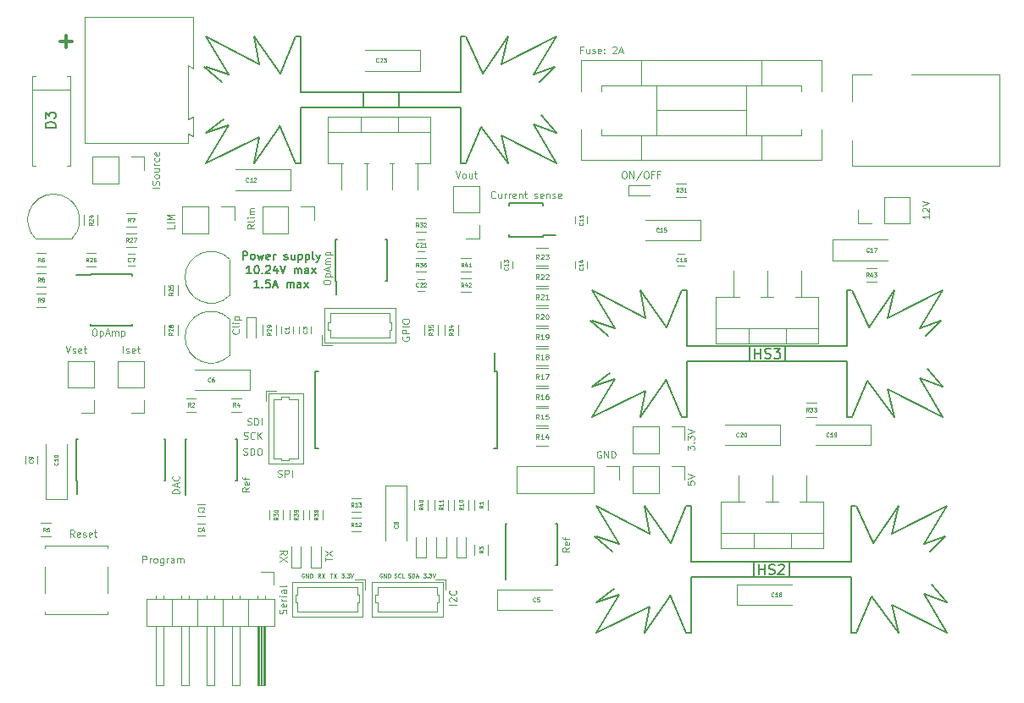
<source format=gto>
G04 #@! TF.FileFunction,Legend,Top*
%FSLAX46Y46*%
G04 Gerber Fmt 4.6, Leading zero omitted, Abs format (unit mm)*
G04 Created by KiCad (PCBNEW 4.0.7-e2-6376~58~ubuntu16.04.1) date Thu Jan 18 23:56:28 2018*
%MOMM*%
%LPD*%
G01*
G04 APERTURE LIST*
%ADD10C,0.100000*%
%ADD11C,0.200000*%
%ADD12C,0.300000*%
%ADD13C,0.120000*%
%ADD14C,0.150000*%
%ADD15C,0.075000*%
G04 APERTURE END LIST*
D10*
X93233334Y-47116667D02*
X93366667Y-47116667D01*
X93433334Y-47150000D01*
X93500001Y-47216667D01*
X93533334Y-47350000D01*
X93533334Y-47583333D01*
X93500001Y-47716667D01*
X93433334Y-47783333D01*
X93366667Y-47816667D01*
X93233334Y-47816667D01*
X93166667Y-47783333D01*
X93100001Y-47716667D01*
X93066667Y-47583333D01*
X93066667Y-47350000D01*
X93100001Y-47216667D01*
X93166667Y-47150000D01*
X93233334Y-47116667D01*
X93833334Y-47816667D02*
X93833334Y-47116667D01*
X94233334Y-47816667D01*
X94233334Y-47116667D01*
X95066667Y-47083333D02*
X94466667Y-47983333D01*
X95433333Y-47116667D02*
X95566666Y-47116667D01*
X95633333Y-47150000D01*
X95700000Y-47216667D01*
X95733333Y-47350000D01*
X95733333Y-47583333D01*
X95700000Y-47716667D01*
X95633333Y-47783333D01*
X95566666Y-47816667D01*
X95433333Y-47816667D01*
X95366666Y-47783333D01*
X95300000Y-47716667D01*
X95266666Y-47583333D01*
X95266666Y-47350000D01*
X95300000Y-47216667D01*
X95366666Y-47150000D01*
X95433333Y-47116667D01*
X96266666Y-47450000D02*
X96033333Y-47450000D01*
X96033333Y-47816667D02*
X96033333Y-47116667D01*
X96366666Y-47116667D01*
X96866666Y-47450000D02*
X96633333Y-47450000D01*
X96633333Y-47816667D02*
X96633333Y-47116667D01*
X96966666Y-47116667D01*
X38333334Y-83716667D02*
X38100000Y-83383333D01*
X37933334Y-83716667D02*
X37933334Y-83016667D01*
X38200000Y-83016667D01*
X38266667Y-83050000D01*
X38300000Y-83083333D01*
X38333334Y-83150000D01*
X38333334Y-83250000D01*
X38300000Y-83316667D01*
X38266667Y-83350000D01*
X38200000Y-83383333D01*
X37933334Y-83383333D01*
X38900000Y-83683333D02*
X38833334Y-83716667D01*
X38700000Y-83716667D01*
X38633334Y-83683333D01*
X38600000Y-83616667D01*
X38600000Y-83350000D01*
X38633334Y-83283333D01*
X38700000Y-83250000D01*
X38833334Y-83250000D01*
X38900000Y-83283333D01*
X38933334Y-83350000D01*
X38933334Y-83416667D01*
X38600000Y-83483333D01*
X39200000Y-83683333D02*
X39266667Y-83716667D01*
X39400000Y-83716667D01*
X39466667Y-83683333D01*
X39500000Y-83616667D01*
X39500000Y-83583333D01*
X39466667Y-83516667D01*
X39400000Y-83483333D01*
X39300000Y-83483333D01*
X39233334Y-83450000D01*
X39200000Y-83383333D01*
X39200000Y-83350000D01*
X39233334Y-83283333D01*
X39300000Y-83250000D01*
X39400000Y-83250000D01*
X39466667Y-83283333D01*
X40066667Y-83683333D02*
X40000001Y-83716667D01*
X39866667Y-83716667D01*
X39800001Y-83683333D01*
X39766667Y-83616667D01*
X39766667Y-83350000D01*
X39800001Y-83283333D01*
X39866667Y-83250000D01*
X40000001Y-83250000D01*
X40066667Y-83283333D01*
X40100001Y-83350000D01*
X40100001Y-83416667D01*
X39766667Y-83483333D01*
X40300001Y-83250000D02*
X40566667Y-83250000D01*
X40400001Y-83016667D02*
X40400001Y-83616667D01*
X40433334Y-83683333D01*
X40500001Y-83716667D01*
X40566667Y-83716667D01*
X45166668Y-86316667D02*
X45166668Y-85616667D01*
X45433334Y-85616667D01*
X45500001Y-85650000D01*
X45533334Y-85683333D01*
X45566668Y-85750000D01*
X45566668Y-85850000D01*
X45533334Y-85916667D01*
X45500001Y-85950000D01*
X45433334Y-85983333D01*
X45166668Y-85983333D01*
X45866668Y-86316667D02*
X45866668Y-85850000D01*
X45866668Y-85983333D02*
X45900001Y-85916667D01*
X45933334Y-85883333D01*
X46000001Y-85850000D01*
X46066668Y-85850000D01*
X46400001Y-86316667D02*
X46333334Y-86283333D01*
X46300001Y-86250000D01*
X46266667Y-86183333D01*
X46266667Y-85983333D01*
X46300001Y-85916667D01*
X46333334Y-85883333D01*
X46400001Y-85850000D01*
X46500001Y-85850000D01*
X46566667Y-85883333D01*
X46600001Y-85916667D01*
X46633334Y-85983333D01*
X46633334Y-86183333D01*
X46600001Y-86250000D01*
X46566667Y-86283333D01*
X46500001Y-86316667D01*
X46400001Y-86316667D01*
X47233334Y-85850000D02*
X47233334Y-86416667D01*
X47200000Y-86483333D01*
X47166667Y-86516667D01*
X47100000Y-86550000D01*
X47000000Y-86550000D01*
X46933334Y-86516667D01*
X47233334Y-86283333D02*
X47166667Y-86316667D01*
X47033334Y-86316667D01*
X46966667Y-86283333D01*
X46933334Y-86250000D01*
X46900000Y-86183333D01*
X46900000Y-85983333D01*
X46933334Y-85916667D01*
X46966667Y-85883333D01*
X47033334Y-85850000D01*
X47166667Y-85850000D01*
X47233334Y-85883333D01*
X47566667Y-86316667D02*
X47566667Y-85850000D01*
X47566667Y-85983333D02*
X47600000Y-85916667D01*
X47633333Y-85883333D01*
X47700000Y-85850000D01*
X47766667Y-85850000D01*
X48300000Y-86316667D02*
X48300000Y-85950000D01*
X48266666Y-85883333D01*
X48200000Y-85850000D01*
X48066666Y-85850000D01*
X48000000Y-85883333D01*
X48300000Y-86283333D02*
X48233333Y-86316667D01*
X48066666Y-86316667D01*
X48000000Y-86283333D01*
X47966666Y-86216667D01*
X47966666Y-86150000D01*
X48000000Y-86083333D01*
X48066666Y-86050000D01*
X48233333Y-86050000D01*
X48300000Y-86016667D01*
X48633333Y-86316667D02*
X48633333Y-85850000D01*
X48633333Y-85916667D02*
X48666666Y-85883333D01*
X48733333Y-85850000D01*
X48833333Y-85850000D01*
X48899999Y-85883333D01*
X48933333Y-85950000D01*
X48933333Y-86316667D01*
X48933333Y-85950000D02*
X48966666Y-85883333D01*
X49033333Y-85850000D01*
X49133333Y-85850000D01*
X49199999Y-85883333D01*
X49233333Y-85950000D01*
X49233333Y-86316667D01*
X89133334Y-34950000D02*
X88900001Y-34950000D01*
X88900001Y-35316667D02*
X88900001Y-34616667D01*
X89233334Y-34616667D01*
X89800001Y-34850000D02*
X89800001Y-35316667D01*
X89500001Y-34850000D02*
X89500001Y-35216667D01*
X89533334Y-35283333D01*
X89600001Y-35316667D01*
X89700001Y-35316667D01*
X89766667Y-35283333D01*
X89800001Y-35250000D01*
X90100000Y-35283333D02*
X90166667Y-35316667D01*
X90300000Y-35316667D01*
X90366667Y-35283333D01*
X90400000Y-35216667D01*
X90400000Y-35183333D01*
X90366667Y-35116667D01*
X90300000Y-35083333D01*
X90200000Y-35083333D01*
X90133334Y-35050000D01*
X90100000Y-34983333D01*
X90100000Y-34950000D01*
X90133334Y-34883333D01*
X90200000Y-34850000D01*
X90300000Y-34850000D01*
X90366667Y-34883333D01*
X90966667Y-35283333D02*
X90900001Y-35316667D01*
X90766667Y-35316667D01*
X90700001Y-35283333D01*
X90666667Y-35216667D01*
X90666667Y-34950000D01*
X90700001Y-34883333D01*
X90766667Y-34850000D01*
X90900001Y-34850000D01*
X90966667Y-34883333D01*
X91000001Y-34950000D01*
X91000001Y-35016667D01*
X90666667Y-35083333D01*
X91300001Y-35250000D02*
X91333334Y-35283333D01*
X91300001Y-35316667D01*
X91266667Y-35283333D01*
X91300001Y-35250000D01*
X91300001Y-35316667D01*
X91300001Y-34883333D02*
X91333334Y-34916667D01*
X91300001Y-34950000D01*
X91266667Y-34916667D01*
X91300001Y-34883333D01*
X91300001Y-34950000D01*
X92133333Y-34683333D02*
X92166667Y-34650000D01*
X92233333Y-34616667D01*
X92400000Y-34616667D01*
X92466667Y-34650000D01*
X92500000Y-34683333D01*
X92533333Y-34750000D01*
X92533333Y-34816667D01*
X92500000Y-34916667D01*
X92100000Y-35316667D01*
X92533333Y-35316667D01*
X92800000Y-35116667D02*
X93133334Y-35116667D01*
X92733334Y-35316667D02*
X92966667Y-34616667D01*
X93200000Y-35316667D01*
D11*
X55190475Y-55961905D02*
X55190475Y-55161905D01*
X55495237Y-55161905D01*
X55571428Y-55200000D01*
X55609523Y-55238095D01*
X55647618Y-55314286D01*
X55647618Y-55428571D01*
X55609523Y-55504762D01*
X55571428Y-55542857D01*
X55495237Y-55580952D01*
X55190475Y-55580952D01*
X56104761Y-55961905D02*
X56028570Y-55923810D01*
X55990475Y-55885714D01*
X55952380Y-55809524D01*
X55952380Y-55580952D01*
X55990475Y-55504762D01*
X56028570Y-55466667D01*
X56104761Y-55428571D01*
X56219047Y-55428571D01*
X56295237Y-55466667D01*
X56333332Y-55504762D01*
X56371428Y-55580952D01*
X56371428Y-55809524D01*
X56333332Y-55885714D01*
X56295237Y-55923810D01*
X56219047Y-55961905D01*
X56104761Y-55961905D01*
X56638095Y-55428571D02*
X56790476Y-55961905D01*
X56942857Y-55580952D01*
X57095238Y-55961905D01*
X57247619Y-55428571D01*
X57857142Y-55923810D02*
X57780952Y-55961905D01*
X57628571Y-55961905D01*
X57552380Y-55923810D01*
X57514285Y-55847619D01*
X57514285Y-55542857D01*
X57552380Y-55466667D01*
X57628571Y-55428571D01*
X57780952Y-55428571D01*
X57857142Y-55466667D01*
X57895237Y-55542857D01*
X57895237Y-55619048D01*
X57514285Y-55695238D01*
X58238094Y-55961905D02*
X58238094Y-55428571D01*
X58238094Y-55580952D02*
X58276189Y-55504762D01*
X58314285Y-55466667D01*
X58390475Y-55428571D01*
X58466666Y-55428571D01*
X59304761Y-55923810D02*
X59380951Y-55961905D01*
X59533332Y-55961905D01*
X59609523Y-55923810D01*
X59647618Y-55847619D01*
X59647618Y-55809524D01*
X59609523Y-55733333D01*
X59533332Y-55695238D01*
X59419047Y-55695238D01*
X59342856Y-55657143D01*
X59304761Y-55580952D01*
X59304761Y-55542857D01*
X59342856Y-55466667D01*
X59419047Y-55428571D01*
X59533332Y-55428571D01*
X59609523Y-55466667D01*
X60333332Y-55428571D02*
X60333332Y-55961905D01*
X59990475Y-55428571D02*
X59990475Y-55847619D01*
X60028570Y-55923810D01*
X60104761Y-55961905D01*
X60219047Y-55961905D01*
X60295237Y-55923810D01*
X60333332Y-55885714D01*
X60714285Y-55428571D02*
X60714285Y-56228571D01*
X60714285Y-55466667D02*
X60790476Y-55428571D01*
X60942857Y-55428571D01*
X61019047Y-55466667D01*
X61057142Y-55504762D01*
X61095238Y-55580952D01*
X61095238Y-55809524D01*
X61057142Y-55885714D01*
X61019047Y-55923810D01*
X60942857Y-55961905D01*
X60790476Y-55961905D01*
X60714285Y-55923810D01*
X61438095Y-55428571D02*
X61438095Y-56228571D01*
X61438095Y-55466667D02*
X61514286Y-55428571D01*
X61666667Y-55428571D01*
X61742857Y-55466667D01*
X61780952Y-55504762D01*
X61819048Y-55580952D01*
X61819048Y-55809524D01*
X61780952Y-55885714D01*
X61742857Y-55923810D01*
X61666667Y-55961905D01*
X61514286Y-55961905D01*
X61438095Y-55923810D01*
X62276191Y-55961905D02*
X62200000Y-55923810D01*
X62161905Y-55847619D01*
X62161905Y-55161905D01*
X62504763Y-55428571D02*
X62695239Y-55961905D01*
X62885715Y-55428571D02*
X62695239Y-55961905D01*
X62619048Y-56152381D01*
X62580953Y-56190476D01*
X62504763Y-56228571D01*
X56028571Y-57361905D02*
X55571428Y-57361905D01*
X55799999Y-57361905D02*
X55799999Y-56561905D01*
X55723809Y-56676190D01*
X55647618Y-56752381D01*
X55571428Y-56790476D01*
X56523809Y-56561905D02*
X56600000Y-56561905D01*
X56676190Y-56600000D01*
X56714285Y-56638095D01*
X56752381Y-56714286D01*
X56790476Y-56866667D01*
X56790476Y-57057143D01*
X56752381Y-57209524D01*
X56714285Y-57285714D01*
X56676190Y-57323810D01*
X56600000Y-57361905D01*
X56523809Y-57361905D01*
X56447619Y-57323810D01*
X56409523Y-57285714D01*
X56371428Y-57209524D01*
X56333333Y-57057143D01*
X56333333Y-56866667D01*
X56371428Y-56714286D01*
X56409523Y-56638095D01*
X56447619Y-56600000D01*
X56523809Y-56561905D01*
X57133333Y-57285714D02*
X57171428Y-57323810D01*
X57133333Y-57361905D01*
X57095238Y-57323810D01*
X57133333Y-57285714D01*
X57133333Y-57361905D01*
X57476190Y-56638095D02*
X57514285Y-56600000D01*
X57590476Y-56561905D01*
X57780952Y-56561905D01*
X57857142Y-56600000D01*
X57895238Y-56638095D01*
X57933333Y-56714286D01*
X57933333Y-56790476D01*
X57895238Y-56904762D01*
X57438095Y-57361905D01*
X57933333Y-57361905D01*
X58619047Y-56828571D02*
X58619047Y-57361905D01*
X58428571Y-56523810D02*
X58238095Y-57095238D01*
X58733333Y-57095238D01*
X58923809Y-56561905D02*
X59190476Y-57361905D01*
X59457143Y-56561905D01*
X60333333Y-57361905D02*
X60333333Y-56828571D01*
X60333333Y-56904762D02*
X60371428Y-56866667D01*
X60447619Y-56828571D01*
X60561905Y-56828571D01*
X60638095Y-56866667D01*
X60676190Y-56942857D01*
X60676190Y-57361905D01*
X60676190Y-56942857D02*
X60714286Y-56866667D01*
X60790476Y-56828571D01*
X60904762Y-56828571D01*
X60980952Y-56866667D01*
X61019047Y-56942857D01*
X61019047Y-57361905D01*
X61742857Y-57361905D02*
X61742857Y-56942857D01*
X61704762Y-56866667D01*
X61628572Y-56828571D01*
X61476191Y-56828571D01*
X61400000Y-56866667D01*
X61742857Y-57323810D02*
X61666667Y-57361905D01*
X61476191Y-57361905D01*
X61400000Y-57323810D01*
X61361905Y-57247619D01*
X61361905Y-57171429D01*
X61400000Y-57095238D01*
X61476191Y-57057143D01*
X61666667Y-57057143D01*
X61742857Y-57019048D01*
X62047620Y-57361905D02*
X62466667Y-56828571D01*
X62047620Y-56828571D02*
X62466667Y-57361905D01*
X56790476Y-58761905D02*
X56333333Y-58761905D01*
X56561904Y-58761905D02*
X56561904Y-57961905D01*
X56485714Y-58076190D01*
X56409523Y-58152381D01*
X56333333Y-58190476D01*
X57133333Y-58685714D02*
X57171428Y-58723810D01*
X57133333Y-58761905D01*
X57095238Y-58723810D01*
X57133333Y-58685714D01*
X57133333Y-58761905D01*
X57895238Y-57961905D02*
X57514285Y-57961905D01*
X57476190Y-58342857D01*
X57514285Y-58304762D01*
X57590476Y-58266667D01*
X57780952Y-58266667D01*
X57857142Y-58304762D01*
X57895238Y-58342857D01*
X57933333Y-58419048D01*
X57933333Y-58609524D01*
X57895238Y-58685714D01*
X57857142Y-58723810D01*
X57780952Y-58761905D01*
X57590476Y-58761905D01*
X57514285Y-58723810D01*
X57476190Y-58685714D01*
X58238095Y-58533333D02*
X58619047Y-58533333D01*
X58161904Y-58761905D02*
X58428571Y-57961905D01*
X58695238Y-58761905D01*
X59571428Y-58761905D02*
X59571428Y-58228571D01*
X59571428Y-58304762D02*
X59609523Y-58266667D01*
X59685714Y-58228571D01*
X59800000Y-58228571D01*
X59876190Y-58266667D01*
X59914285Y-58342857D01*
X59914285Y-58761905D01*
X59914285Y-58342857D02*
X59952381Y-58266667D01*
X60028571Y-58228571D01*
X60142857Y-58228571D01*
X60219047Y-58266667D01*
X60257142Y-58342857D01*
X60257142Y-58761905D01*
X60980952Y-58761905D02*
X60980952Y-58342857D01*
X60942857Y-58266667D01*
X60866667Y-58228571D01*
X60714286Y-58228571D01*
X60638095Y-58266667D01*
X60980952Y-58723810D02*
X60904762Y-58761905D01*
X60714286Y-58761905D01*
X60638095Y-58723810D01*
X60600000Y-58647619D01*
X60600000Y-58571429D01*
X60638095Y-58495238D01*
X60714286Y-58457143D01*
X60904762Y-58457143D01*
X60980952Y-58419048D01*
X61285715Y-58761905D02*
X61704762Y-58228571D01*
X61285715Y-58228571D02*
X61704762Y-58761905D01*
D10*
X87816667Y-84783333D02*
X87483333Y-85016667D01*
X87816667Y-85183333D02*
X87116667Y-85183333D01*
X87116667Y-84916667D01*
X87150000Y-84850000D01*
X87183333Y-84816667D01*
X87250000Y-84783333D01*
X87350000Y-84783333D01*
X87416667Y-84816667D01*
X87450000Y-84850000D01*
X87483333Y-84916667D01*
X87483333Y-85183333D01*
X87783333Y-84216667D02*
X87816667Y-84283333D01*
X87816667Y-84416667D01*
X87783333Y-84483333D01*
X87716667Y-84516667D01*
X87450000Y-84516667D01*
X87383333Y-84483333D01*
X87350000Y-84416667D01*
X87350000Y-84283333D01*
X87383333Y-84216667D01*
X87450000Y-84183333D01*
X87516667Y-84183333D01*
X87583333Y-84516667D01*
X87350000Y-83983333D02*
X87350000Y-83716667D01*
X87816667Y-83883333D02*
X87216667Y-83883333D01*
X87150000Y-83850000D01*
X87116667Y-83783333D01*
X87116667Y-83716667D01*
X55816667Y-78783333D02*
X55483333Y-79016667D01*
X55816667Y-79183333D02*
X55116667Y-79183333D01*
X55116667Y-78916667D01*
X55150000Y-78850000D01*
X55183333Y-78816667D01*
X55250000Y-78783333D01*
X55350000Y-78783333D01*
X55416667Y-78816667D01*
X55450000Y-78850000D01*
X55483333Y-78916667D01*
X55483333Y-79183333D01*
X55783333Y-78216667D02*
X55816667Y-78283333D01*
X55816667Y-78416667D01*
X55783333Y-78483333D01*
X55716667Y-78516667D01*
X55450000Y-78516667D01*
X55383333Y-78483333D01*
X55350000Y-78416667D01*
X55350000Y-78283333D01*
X55383333Y-78216667D01*
X55450000Y-78183333D01*
X55516667Y-78183333D01*
X55583333Y-78516667D01*
X55350000Y-77983333D02*
X55350000Y-77716667D01*
X55816667Y-77883333D02*
X55216667Y-77883333D01*
X55150000Y-77850000D01*
X55116667Y-77783333D01*
X55116667Y-77716667D01*
X48816667Y-79333333D02*
X48116667Y-79333333D01*
X48116667Y-79166667D01*
X48150000Y-79066667D01*
X48216667Y-79000000D01*
X48283333Y-78966667D01*
X48416667Y-78933333D01*
X48516667Y-78933333D01*
X48650000Y-78966667D01*
X48716667Y-79000000D01*
X48783333Y-79066667D01*
X48816667Y-79166667D01*
X48816667Y-79333333D01*
X48616667Y-78666667D02*
X48616667Y-78333333D01*
X48816667Y-78733333D02*
X48116667Y-78500000D01*
X48816667Y-78266667D01*
X48750000Y-77633333D02*
X48783333Y-77666667D01*
X48816667Y-77766667D01*
X48816667Y-77833333D01*
X48783333Y-77933333D01*
X48716667Y-78000000D01*
X48650000Y-78033333D01*
X48516667Y-78066667D01*
X48416667Y-78066667D01*
X48283333Y-78033333D01*
X48216667Y-78000000D01*
X48150000Y-77933333D01*
X48116667Y-77833333D01*
X48116667Y-77766667D01*
X48150000Y-77666667D01*
X48183333Y-77633333D01*
X76433334Y-47116667D02*
X76666667Y-47816667D01*
X76900000Y-47116667D01*
X77233334Y-47816667D02*
X77166667Y-47783333D01*
X77133334Y-47750000D01*
X77100000Y-47683333D01*
X77100000Y-47483333D01*
X77133334Y-47416667D01*
X77166667Y-47383333D01*
X77233334Y-47350000D01*
X77333334Y-47350000D01*
X77400000Y-47383333D01*
X77433334Y-47416667D01*
X77466667Y-47483333D01*
X77466667Y-47683333D01*
X77433334Y-47750000D01*
X77400000Y-47783333D01*
X77333334Y-47816667D01*
X77233334Y-47816667D01*
X78066667Y-47350000D02*
X78066667Y-47816667D01*
X77766667Y-47350000D02*
X77766667Y-47716667D01*
X77800000Y-47783333D01*
X77866667Y-47816667D01*
X77966667Y-47816667D01*
X78033333Y-47783333D01*
X78066667Y-47750000D01*
X78300000Y-47350000D02*
X78566666Y-47350000D01*
X78400000Y-47116667D02*
X78400000Y-47716667D01*
X78433333Y-47783333D01*
X78500000Y-47816667D01*
X78566666Y-47816667D01*
X40283334Y-62866667D02*
X40416667Y-62866667D01*
X40483334Y-62900000D01*
X40550001Y-62966667D01*
X40583334Y-63100000D01*
X40583334Y-63333333D01*
X40550001Y-63466667D01*
X40483334Y-63533333D01*
X40416667Y-63566667D01*
X40283334Y-63566667D01*
X40216667Y-63533333D01*
X40150001Y-63466667D01*
X40116667Y-63333333D01*
X40116667Y-63100000D01*
X40150001Y-62966667D01*
X40216667Y-62900000D01*
X40283334Y-62866667D01*
X40883334Y-63100000D02*
X40883334Y-63800000D01*
X40883334Y-63133333D02*
X40950000Y-63100000D01*
X41083334Y-63100000D01*
X41150000Y-63133333D01*
X41183334Y-63166667D01*
X41216667Y-63233333D01*
X41216667Y-63433333D01*
X41183334Y-63500000D01*
X41150000Y-63533333D01*
X41083334Y-63566667D01*
X40950000Y-63566667D01*
X40883334Y-63533333D01*
X41483333Y-63366667D02*
X41816667Y-63366667D01*
X41416667Y-63566667D02*
X41650000Y-62866667D01*
X41883333Y-63566667D01*
X42116667Y-63566667D02*
X42116667Y-63100000D01*
X42116667Y-63166667D02*
X42150000Y-63133333D01*
X42216667Y-63100000D01*
X42316667Y-63100000D01*
X42383333Y-63133333D01*
X42416667Y-63200000D01*
X42416667Y-63566667D01*
X42416667Y-63200000D02*
X42450000Y-63133333D01*
X42516667Y-63100000D01*
X42616667Y-63100000D01*
X42683333Y-63133333D01*
X42716667Y-63200000D01*
X42716667Y-63566667D01*
X43050000Y-63100000D02*
X43050000Y-63800000D01*
X43050000Y-63133333D02*
X43116666Y-63100000D01*
X43250000Y-63100000D01*
X43316666Y-63133333D01*
X43350000Y-63166667D01*
X43383333Y-63233333D01*
X43383333Y-63433333D01*
X43350000Y-63500000D01*
X43316666Y-63533333D01*
X43250000Y-63566667D01*
X43116666Y-63566667D01*
X43050000Y-63533333D01*
X56316667Y-52433333D02*
X55983333Y-52666667D01*
X56316667Y-52833333D02*
X55616667Y-52833333D01*
X55616667Y-52566667D01*
X55650000Y-52500000D01*
X55683333Y-52466667D01*
X55750000Y-52433333D01*
X55850000Y-52433333D01*
X55916667Y-52466667D01*
X55950000Y-52500000D01*
X55983333Y-52566667D01*
X55983333Y-52833333D01*
X56316667Y-52033333D02*
X56283333Y-52100000D01*
X56216667Y-52133333D01*
X55616667Y-52133333D01*
X56316667Y-51766666D02*
X55850000Y-51766666D01*
X55616667Y-51766666D02*
X55650000Y-51800000D01*
X55683333Y-51766666D01*
X55650000Y-51733333D01*
X55616667Y-51766666D01*
X55683333Y-51766666D01*
X56316667Y-51433333D02*
X55850000Y-51433333D01*
X55916667Y-51433333D02*
X55883333Y-51400000D01*
X55850000Y-51333333D01*
X55850000Y-51233333D01*
X55883333Y-51166667D01*
X55950000Y-51133333D01*
X56316667Y-51133333D01*
X55950000Y-51133333D02*
X55883333Y-51100000D01*
X55850000Y-51033333D01*
X55850000Y-50933333D01*
X55883333Y-50866667D01*
X55950000Y-50833333D01*
X56316667Y-50833333D01*
X48316667Y-52500000D02*
X48316667Y-52833333D01*
X47616667Y-52833333D01*
X48316667Y-52266666D02*
X47616667Y-52266666D01*
X48316667Y-51933333D02*
X47616667Y-51933333D01*
X48116667Y-51700000D01*
X47616667Y-51466667D01*
X48316667Y-51466667D01*
X71714286Y-87761905D02*
X71771429Y-87780952D01*
X71866667Y-87780952D01*
X71904763Y-87761905D01*
X71923810Y-87742857D01*
X71942858Y-87704762D01*
X71942858Y-87666667D01*
X71923810Y-87628571D01*
X71904763Y-87609524D01*
X71866667Y-87590476D01*
X71790477Y-87571429D01*
X71752382Y-87552381D01*
X71733334Y-87533333D01*
X71714286Y-87495238D01*
X71714286Y-87457143D01*
X71733334Y-87419048D01*
X71752382Y-87400000D01*
X71790477Y-87380952D01*
X71885715Y-87380952D01*
X71942858Y-87400000D01*
X72114286Y-87780952D02*
X72114286Y-87380952D01*
X72209524Y-87380952D01*
X72266667Y-87400000D01*
X72304762Y-87438095D01*
X72323810Y-87476190D01*
X72342858Y-87552381D01*
X72342858Y-87609524D01*
X72323810Y-87685714D01*
X72304762Y-87723810D01*
X72266667Y-87761905D01*
X72209524Y-87780952D01*
X72114286Y-87780952D01*
X72495238Y-87666667D02*
X72685715Y-87666667D01*
X72457143Y-87780952D02*
X72590477Y-87380952D01*
X72723810Y-87780952D01*
X70323809Y-87761905D02*
X70380952Y-87780952D01*
X70476190Y-87780952D01*
X70514286Y-87761905D01*
X70533333Y-87742857D01*
X70552381Y-87704762D01*
X70552381Y-87666667D01*
X70533333Y-87628571D01*
X70514286Y-87609524D01*
X70476190Y-87590476D01*
X70400000Y-87571429D01*
X70361905Y-87552381D01*
X70342857Y-87533333D01*
X70323809Y-87495238D01*
X70323809Y-87457143D01*
X70342857Y-87419048D01*
X70361905Y-87400000D01*
X70400000Y-87380952D01*
X70495238Y-87380952D01*
X70552381Y-87400000D01*
X70952381Y-87742857D02*
X70933333Y-87761905D01*
X70876190Y-87780952D01*
X70838095Y-87780952D01*
X70780952Y-87761905D01*
X70742857Y-87723810D01*
X70723809Y-87685714D01*
X70704761Y-87609524D01*
X70704761Y-87552381D01*
X70723809Y-87476190D01*
X70742857Y-87438095D01*
X70780952Y-87400000D01*
X70838095Y-87380952D01*
X70876190Y-87380952D01*
X70933333Y-87400000D01*
X70952381Y-87419048D01*
X71314285Y-87780952D02*
X71123809Y-87780952D01*
X71123809Y-87380952D01*
X73209525Y-87380952D02*
X73457144Y-87380952D01*
X73323811Y-87533333D01*
X73380953Y-87533333D01*
X73419049Y-87552381D01*
X73438096Y-87571429D01*
X73457144Y-87609524D01*
X73457144Y-87704762D01*
X73438096Y-87742857D01*
X73419049Y-87761905D01*
X73380953Y-87780952D01*
X73266668Y-87780952D01*
X73228572Y-87761905D01*
X73209525Y-87742857D01*
X73628572Y-87742857D02*
X73647620Y-87761905D01*
X73628572Y-87780952D01*
X73609524Y-87761905D01*
X73628572Y-87742857D01*
X73628572Y-87780952D01*
X73780953Y-87380952D02*
X74028572Y-87380952D01*
X73895239Y-87533333D01*
X73952381Y-87533333D01*
X73990477Y-87552381D01*
X74009524Y-87571429D01*
X74028572Y-87609524D01*
X74028572Y-87704762D01*
X74009524Y-87742857D01*
X73990477Y-87761905D01*
X73952381Y-87780952D01*
X73838096Y-87780952D01*
X73800000Y-87761905D01*
X73780953Y-87742857D01*
X74142857Y-87380952D02*
X74276191Y-87780952D01*
X74409524Y-87380952D01*
X69095238Y-87400000D02*
X69057143Y-87380952D01*
X69000000Y-87380952D01*
X68942857Y-87400000D01*
X68904762Y-87438095D01*
X68885714Y-87476190D01*
X68866666Y-87552381D01*
X68866666Y-87609524D01*
X68885714Y-87685714D01*
X68904762Y-87723810D01*
X68942857Y-87761905D01*
X69000000Y-87780952D01*
X69038095Y-87780952D01*
X69095238Y-87761905D01*
X69114286Y-87742857D01*
X69114286Y-87609524D01*
X69038095Y-87609524D01*
X69285714Y-87780952D02*
X69285714Y-87380952D01*
X69514286Y-87780952D01*
X69514286Y-87380952D01*
X69704762Y-87780952D02*
X69704762Y-87380952D01*
X69800000Y-87380952D01*
X69857143Y-87400000D01*
X69895238Y-87438095D01*
X69914286Y-87476190D01*
X69933334Y-87552381D01*
X69933334Y-87609524D01*
X69914286Y-87685714D01*
X69895238Y-87723810D01*
X69857143Y-87761905D01*
X69800000Y-87780952D01*
X69704762Y-87780952D01*
X65009525Y-87380952D02*
X65257144Y-87380952D01*
X65123811Y-87533333D01*
X65180953Y-87533333D01*
X65219049Y-87552381D01*
X65238096Y-87571429D01*
X65257144Y-87609524D01*
X65257144Y-87704762D01*
X65238096Y-87742857D01*
X65219049Y-87761905D01*
X65180953Y-87780952D01*
X65066668Y-87780952D01*
X65028572Y-87761905D01*
X65009525Y-87742857D01*
X65428572Y-87742857D02*
X65447620Y-87761905D01*
X65428572Y-87780952D01*
X65409524Y-87761905D01*
X65428572Y-87742857D01*
X65428572Y-87780952D01*
X65580953Y-87380952D02*
X65828572Y-87380952D01*
X65695239Y-87533333D01*
X65752381Y-87533333D01*
X65790477Y-87552381D01*
X65809524Y-87571429D01*
X65828572Y-87609524D01*
X65828572Y-87704762D01*
X65809524Y-87742857D01*
X65790477Y-87761905D01*
X65752381Y-87780952D01*
X65638096Y-87780952D01*
X65600000Y-87761905D01*
X65580953Y-87742857D01*
X65942857Y-87380952D02*
X66076191Y-87780952D01*
X66209524Y-87380952D01*
X63895238Y-87380952D02*
X64123810Y-87380952D01*
X64009524Y-87780952D02*
X64009524Y-87380952D01*
X64219048Y-87380952D02*
X64485715Y-87780952D01*
X64485715Y-87380952D02*
X64219048Y-87780952D01*
X62933334Y-87780952D02*
X62800000Y-87590476D01*
X62704762Y-87780952D02*
X62704762Y-87380952D01*
X62857143Y-87380952D01*
X62895238Y-87400000D01*
X62914286Y-87419048D01*
X62933334Y-87457143D01*
X62933334Y-87514286D01*
X62914286Y-87552381D01*
X62895238Y-87571429D01*
X62857143Y-87590476D01*
X62704762Y-87590476D01*
X63066667Y-87380952D02*
X63333334Y-87780952D01*
X63333334Y-87380952D02*
X63066667Y-87780952D01*
X61295238Y-87400000D02*
X61257143Y-87380952D01*
X61200000Y-87380952D01*
X61142857Y-87400000D01*
X61104762Y-87438095D01*
X61085714Y-87476190D01*
X61066666Y-87552381D01*
X61066666Y-87609524D01*
X61085714Y-87685714D01*
X61104762Y-87723810D01*
X61142857Y-87761905D01*
X61200000Y-87780952D01*
X61238095Y-87780952D01*
X61295238Y-87761905D01*
X61314286Y-87742857D01*
X61314286Y-87609524D01*
X61238095Y-87609524D01*
X61485714Y-87780952D02*
X61485714Y-87380952D01*
X61714286Y-87780952D01*
X61714286Y-87380952D01*
X61904762Y-87780952D02*
X61904762Y-87380952D01*
X62000000Y-87380952D01*
X62057143Y-87400000D01*
X62095238Y-87438095D01*
X62114286Y-87476190D01*
X62133334Y-87552381D01*
X62133334Y-87609524D01*
X62114286Y-87685714D01*
X62095238Y-87723810D01*
X62057143Y-87761905D01*
X62000000Y-87780952D01*
X61904762Y-87780952D01*
X76516667Y-90483333D02*
X75816667Y-90483333D01*
X75883333Y-90183334D02*
X75850000Y-90150000D01*
X75816667Y-90083334D01*
X75816667Y-89916667D01*
X75850000Y-89850000D01*
X75883333Y-89816667D01*
X75950000Y-89783334D01*
X76016667Y-89783334D01*
X76116667Y-89816667D01*
X76516667Y-90216667D01*
X76516667Y-89783334D01*
X76450000Y-89083333D02*
X76483333Y-89116667D01*
X76516667Y-89216667D01*
X76516667Y-89283333D01*
X76483333Y-89383333D01*
X76416667Y-89450000D01*
X76350000Y-89483333D01*
X76216667Y-89516667D01*
X76116667Y-89516667D01*
X75983333Y-89483333D01*
X75916667Y-89450000D01*
X75850000Y-89383333D01*
X75816667Y-89283333D01*
X75816667Y-89216667D01*
X75850000Y-89116667D01*
X75883333Y-89083333D01*
X59483333Y-91383333D02*
X59516667Y-91283333D01*
X59516667Y-91116666D01*
X59483333Y-91049999D01*
X59450000Y-91016666D01*
X59383333Y-90983333D01*
X59316667Y-90983333D01*
X59250000Y-91016666D01*
X59216667Y-91049999D01*
X59183333Y-91116666D01*
X59150000Y-91249999D01*
X59116667Y-91316666D01*
X59083333Y-91349999D01*
X59016667Y-91383333D01*
X58950000Y-91383333D01*
X58883333Y-91349999D01*
X58850000Y-91316666D01*
X58816667Y-91249999D01*
X58816667Y-91083333D01*
X58850000Y-90983333D01*
X59483333Y-90416666D02*
X59516667Y-90483332D01*
X59516667Y-90616666D01*
X59483333Y-90683332D01*
X59416667Y-90716666D01*
X59150000Y-90716666D01*
X59083333Y-90683332D01*
X59050000Y-90616666D01*
X59050000Y-90483332D01*
X59083333Y-90416666D01*
X59150000Y-90383332D01*
X59216667Y-90383332D01*
X59283333Y-90716666D01*
X59516667Y-90083332D02*
X59050000Y-90083332D01*
X59183333Y-90083332D02*
X59116667Y-90049999D01*
X59083333Y-90016666D01*
X59050000Y-89949999D01*
X59050000Y-89883332D01*
X59516667Y-89649999D02*
X59050000Y-89649999D01*
X58816667Y-89649999D02*
X58850000Y-89683333D01*
X58883333Y-89649999D01*
X58850000Y-89616666D01*
X58816667Y-89649999D01*
X58883333Y-89649999D01*
X59516667Y-89016666D02*
X59150000Y-89016666D01*
X59083333Y-89050000D01*
X59050000Y-89116666D01*
X59050000Y-89250000D01*
X59083333Y-89316666D01*
X59483333Y-89016666D02*
X59516667Y-89083333D01*
X59516667Y-89250000D01*
X59483333Y-89316666D01*
X59416667Y-89350000D01*
X59350000Y-89350000D01*
X59283333Y-89316666D01*
X59250000Y-89250000D01*
X59250000Y-89083333D01*
X59216667Y-89016666D01*
X59516667Y-88583333D02*
X59483333Y-88650000D01*
X59416667Y-88683333D01*
X58816667Y-88683333D01*
X58883333Y-85483334D02*
X59216667Y-85250000D01*
X58883333Y-85083334D02*
X59583333Y-85083334D01*
X59583333Y-85350000D01*
X59550000Y-85416667D01*
X59516667Y-85450000D01*
X59450000Y-85483334D01*
X59350000Y-85483334D01*
X59283333Y-85450000D01*
X59250000Y-85416667D01*
X59216667Y-85350000D01*
X59216667Y-85083334D01*
X59583333Y-85716667D02*
X58883333Y-86183334D01*
X59583333Y-86183334D02*
X58883333Y-85716667D01*
X63416667Y-86133333D02*
X63416667Y-85733333D01*
X64116667Y-85933333D02*
X63416667Y-85933333D01*
X63416667Y-85566667D02*
X64116667Y-85100000D01*
X63416667Y-85100000D02*
X64116667Y-85566667D01*
X58683333Y-77683333D02*
X58783333Y-77716667D01*
X58950000Y-77716667D01*
X59016667Y-77683333D01*
X59050000Y-77650000D01*
X59083333Y-77583333D01*
X59083333Y-77516667D01*
X59050000Y-77450000D01*
X59016667Y-77416667D01*
X58950000Y-77383333D01*
X58816667Y-77350000D01*
X58750000Y-77316667D01*
X58716667Y-77283333D01*
X58683333Y-77216667D01*
X58683333Y-77150000D01*
X58716667Y-77083333D01*
X58750000Y-77050000D01*
X58816667Y-77016667D01*
X58983333Y-77016667D01*
X59083333Y-77050000D01*
X59383334Y-77716667D02*
X59383334Y-77016667D01*
X59650000Y-77016667D01*
X59716667Y-77050000D01*
X59750000Y-77083333D01*
X59783334Y-77150000D01*
X59783334Y-77250000D01*
X59750000Y-77316667D01*
X59716667Y-77350000D01*
X59650000Y-77383333D01*
X59383334Y-77383333D01*
X60083334Y-77716667D02*
X60083334Y-77016667D01*
X55233333Y-75483333D02*
X55333333Y-75516667D01*
X55500000Y-75516667D01*
X55566667Y-75483333D01*
X55600000Y-75450000D01*
X55633333Y-75383333D01*
X55633333Y-75316667D01*
X55600000Y-75250000D01*
X55566667Y-75216667D01*
X55500000Y-75183333D01*
X55366667Y-75150000D01*
X55300000Y-75116667D01*
X55266667Y-75083333D01*
X55233333Y-75016667D01*
X55233333Y-74950000D01*
X55266667Y-74883333D01*
X55300000Y-74850000D01*
X55366667Y-74816667D01*
X55533333Y-74816667D01*
X55633333Y-74850000D01*
X55933334Y-75516667D02*
X55933334Y-74816667D01*
X56100000Y-74816667D01*
X56200000Y-74850000D01*
X56266667Y-74916667D01*
X56300000Y-74983333D01*
X56333334Y-75116667D01*
X56333334Y-75216667D01*
X56300000Y-75350000D01*
X56266667Y-75416667D01*
X56200000Y-75483333D01*
X56100000Y-75516667D01*
X55933334Y-75516667D01*
X56766667Y-74816667D02*
X56900000Y-74816667D01*
X56966667Y-74850000D01*
X57033334Y-74916667D01*
X57066667Y-75050000D01*
X57066667Y-75283333D01*
X57033334Y-75416667D01*
X56966667Y-75483333D01*
X56900000Y-75516667D01*
X56766667Y-75516667D01*
X56700000Y-75483333D01*
X56633334Y-75416667D01*
X56600000Y-75283333D01*
X56600000Y-75050000D01*
X56633334Y-74916667D01*
X56700000Y-74850000D01*
X56766667Y-74816667D01*
X55633333Y-72483333D02*
X55733333Y-72516667D01*
X55900000Y-72516667D01*
X55966667Y-72483333D01*
X56000000Y-72450000D01*
X56033333Y-72383333D01*
X56033333Y-72316667D01*
X56000000Y-72250000D01*
X55966667Y-72216667D01*
X55900000Y-72183333D01*
X55766667Y-72150000D01*
X55700000Y-72116667D01*
X55666667Y-72083333D01*
X55633333Y-72016667D01*
X55633333Y-71950000D01*
X55666667Y-71883333D01*
X55700000Y-71850000D01*
X55766667Y-71816667D01*
X55933333Y-71816667D01*
X56033333Y-71850000D01*
X56333334Y-72516667D02*
X56333334Y-71816667D01*
X56500000Y-71816667D01*
X56600000Y-71850000D01*
X56666667Y-71916667D01*
X56700000Y-71983333D01*
X56733334Y-72116667D01*
X56733334Y-72216667D01*
X56700000Y-72350000D01*
X56666667Y-72416667D01*
X56600000Y-72483333D01*
X56500000Y-72516667D01*
X56333334Y-72516667D01*
X57033334Y-72516667D02*
X57033334Y-71816667D01*
X55266666Y-73883333D02*
X55366666Y-73916667D01*
X55533333Y-73916667D01*
X55600000Y-73883333D01*
X55633333Y-73850000D01*
X55666666Y-73783333D01*
X55666666Y-73716667D01*
X55633333Y-73650000D01*
X55600000Y-73616667D01*
X55533333Y-73583333D01*
X55400000Y-73550000D01*
X55333333Y-73516667D01*
X55300000Y-73483333D01*
X55266666Y-73416667D01*
X55266666Y-73350000D01*
X55300000Y-73283333D01*
X55333333Y-73250000D01*
X55400000Y-73216667D01*
X55566666Y-73216667D01*
X55666666Y-73250000D01*
X56366667Y-73850000D02*
X56333333Y-73883333D01*
X56233333Y-73916667D01*
X56166667Y-73916667D01*
X56066667Y-73883333D01*
X56000000Y-73816667D01*
X55966667Y-73750000D01*
X55933333Y-73616667D01*
X55933333Y-73516667D01*
X55966667Y-73383333D01*
X56000000Y-73316667D01*
X56066667Y-73250000D01*
X56166667Y-73216667D01*
X56233333Y-73216667D01*
X56333333Y-73250000D01*
X56366667Y-73283333D01*
X56666667Y-73916667D02*
X56666667Y-73216667D01*
X57066667Y-73916667D02*
X56766667Y-73516667D01*
X57066667Y-73216667D02*
X56666667Y-73616667D01*
X71150000Y-63700000D02*
X71116667Y-63766666D01*
X71116667Y-63866666D01*
X71150000Y-63966666D01*
X71216667Y-64033333D01*
X71283333Y-64066666D01*
X71416667Y-64100000D01*
X71516667Y-64100000D01*
X71650000Y-64066666D01*
X71716667Y-64033333D01*
X71783333Y-63966666D01*
X71816667Y-63866666D01*
X71816667Y-63800000D01*
X71783333Y-63700000D01*
X71750000Y-63666666D01*
X71516667Y-63666666D01*
X71516667Y-63800000D01*
X71816667Y-63366666D02*
X71116667Y-63366666D01*
X71116667Y-63100000D01*
X71150000Y-63033333D01*
X71183333Y-63000000D01*
X71250000Y-62966666D01*
X71350000Y-62966666D01*
X71416667Y-63000000D01*
X71450000Y-63033333D01*
X71483333Y-63100000D01*
X71483333Y-63366666D01*
X71816667Y-62666666D02*
X71116667Y-62666666D01*
X71116667Y-62200000D02*
X71116667Y-62066667D01*
X71150000Y-62000000D01*
X71216667Y-61933333D01*
X71350000Y-61900000D01*
X71583333Y-61900000D01*
X71716667Y-61933333D01*
X71783333Y-62000000D01*
X71816667Y-62066667D01*
X71816667Y-62200000D01*
X71783333Y-62266667D01*
X71716667Y-62333333D01*
X71583333Y-62366667D01*
X71350000Y-62366667D01*
X71216667Y-62333333D01*
X71150000Y-62266667D01*
X71116667Y-62200000D01*
X46816667Y-48783332D02*
X46116667Y-48783332D01*
X46783333Y-48483333D02*
X46816667Y-48383333D01*
X46816667Y-48216666D01*
X46783333Y-48149999D01*
X46750000Y-48116666D01*
X46683333Y-48083333D01*
X46616667Y-48083333D01*
X46550000Y-48116666D01*
X46516667Y-48149999D01*
X46483333Y-48216666D01*
X46450000Y-48349999D01*
X46416667Y-48416666D01*
X46383333Y-48449999D01*
X46316667Y-48483333D01*
X46250000Y-48483333D01*
X46183333Y-48449999D01*
X46150000Y-48416666D01*
X46116667Y-48349999D01*
X46116667Y-48183333D01*
X46150000Y-48083333D01*
X46816667Y-47683332D02*
X46783333Y-47749999D01*
X46750000Y-47783332D01*
X46683333Y-47816666D01*
X46483333Y-47816666D01*
X46416667Y-47783332D01*
X46383333Y-47749999D01*
X46350000Y-47683332D01*
X46350000Y-47583332D01*
X46383333Y-47516666D01*
X46416667Y-47483332D01*
X46483333Y-47449999D01*
X46683333Y-47449999D01*
X46750000Y-47483332D01*
X46783333Y-47516666D01*
X46816667Y-47583332D01*
X46816667Y-47683332D01*
X46350000Y-46849999D02*
X46816667Y-46849999D01*
X46350000Y-47149999D02*
X46716667Y-47149999D01*
X46783333Y-47116666D01*
X46816667Y-47049999D01*
X46816667Y-46949999D01*
X46783333Y-46883333D01*
X46750000Y-46849999D01*
X46816667Y-46516666D02*
X46350000Y-46516666D01*
X46483333Y-46516666D02*
X46416667Y-46483333D01*
X46383333Y-46450000D01*
X46350000Y-46383333D01*
X46350000Y-46316666D01*
X46783333Y-45783333D02*
X46816667Y-45850000D01*
X46816667Y-45983333D01*
X46783333Y-46050000D01*
X46750000Y-46083333D01*
X46683333Y-46116667D01*
X46483333Y-46116667D01*
X46416667Y-46083333D01*
X46383333Y-46050000D01*
X46350000Y-45983333D01*
X46350000Y-45850000D01*
X46383333Y-45783333D01*
X46783333Y-45216667D02*
X46816667Y-45283333D01*
X46816667Y-45416667D01*
X46783333Y-45483333D01*
X46716667Y-45516667D01*
X46450000Y-45516667D01*
X46383333Y-45483333D01*
X46350000Y-45416667D01*
X46350000Y-45283333D01*
X46383333Y-45216667D01*
X46450000Y-45183333D01*
X46516667Y-45183333D01*
X46583333Y-45516667D01*
X54750000Y-62949999D02*
X54783333Y-62983333D01*
X54816667Y-63083333D01*
X54816667Y-63149999D01*
X54783333Y-63249999D01*
X54716667Y-63316666D01*
X54650000Y-63349999D01*
X54516667Y-63383333D01*
X54416667Y-63383333D01*
X54283333Y-63349999D01*
X54216667Y-63316666D01*
X54150000Y-63249999D01*
X54116667Y-63149999D01*
X54116667Y-63083333D01*
X54150000Y-62983333D01*
X54183333Y-62949999D01*
X54816667Y-62549999D02*
X54783333Y-62616666D01*
X54716667Y-62649999D01*
X54116667Y-62649999D01*
X54816667Y-62283332D02*
X54350000Y-62283332D01*
X54116667Y-62283332D02*
X54150000Y-62316666D01*
X54183333Y-62283332D01*
X54150000Y-62249999D01*
X54116667Y-62283332D01*
X54183333Y-62283332D01*
X54350000Y-61949999D02*
X55050000Y-61949999D01*
X54383333Y-61949999D02*
X54350000Y-61883333D01*
X54350000Y-61749999D01*
X54383333Y-61683333D01*
X54416667Y-61649999D01*
X54483333Y-61616666D01*
X54683333Y-61616666D01*
X54750000Y-61649999D01*
X54783333Y-61683333D01*
X54816667Y-61749999D01*
X54816667Y-61883333D01*
X54783333Y-61949999D01*
X63216667Y-58266666D02*
X63216667Y-58133333D01*
X63250000Y-58066666D01*
X63316667Y-57999999D01*
X63450000Y-57966666D01*
X63683333Y-57966666D01*
X63816667Y-57999999D01*
X63883333Y-58066666D01*
X63916667Y-58133333D01*
X63916667Y-58266666D01*
X63883333Y-58333333D01*
X63816667Y-58399999D01*
X63683333Y-58433333D01*
X63450000Y-58433333D01*
X63316667Y-58399999D01*
X63250000Y-58333333D01*
X63216667Y-58266666D01*
X63450000Y-57666666D02*
X64150000Y-57666666D01*
X63483333Y-57666666D02*
X63450000Y-57600000D01*
X63450000Y-57466666D01*
X63483333Y-57400000D01*
X63516667Y-57366666D01*
X63583333Y-57333333D01*
X63783333Y-57333333D01*
X63850000Y-57366666D01*
X63883333Y-57400000D01*
X63916667Y-57466666D01*
X63916667Y-57600000D01*
X63883333Y-57666666D01*
X63716667Y-57066667D02*
X63716667Y-56733333D01*
X63916667Y-57133333D02*
X63216667Y-56900000D01*
X63916667Y-56666667D01*
X63916667Y-56433333D02*
X63450000Y-56433333D01*
X63516667Y-56433333D02*
X63483333Y-56400000D01*
X63450000Y-56333333D01*
X63450000Y-56233333D01*
X63483333Y-56166667D01*
X63550000Y-56133333D01*
X63916667Y-56133333D01*
X63550000Y-56133333D02*
X63483333Y-56100000D01*
X63450000Y-56033333D01*
X63450000Y-55933333D01*
X63483333Y-55866667D01*
X63550000Y-55833333D01*
X63916667Y-55833333D01*
X63450000Y-55500000D02*
X64150000Y-55500000D01*
X63483333Y-55500000D02*
X63450000Y-55433334D01*
X63450000Y-55300000D01*
X63483333Y-55233334D01*
X63516667Y-55200000D01*
X63583333Y-55166667D01*
X63783333Y-55166667D01*
X63850000Y-55200000D01*
X63883333Y-55233334D01*
X63916667Y-55300000D01*
X63916667Y-55433334D01*
X63883333Y-55500000D01*
X43216667Y-65316667D02*
X43216667Y-64616667D01*
X43516666Y-65283333D02*
X43583333Y-65316667D01*
X43716666Y-65316667D01*
X43783333Y-65283333D01*
X43816666Y-65216667D01*
X43816666Y-65183333D01*
X43783333Y-65116667D01*
X43716666Y-65083333D01*
X43616666Y-65083333D01*
X43550000Y-65050000D01*
X43516666Y-64983333D01*
X43516666Y-64950000D01*
X43550000Y-64883333D01*
X43616666Y-64850000D01*
X43716666Y-64850000D01*
X43783333Y-64883333D01*
X44383333Y-65283333D02*
X44316667Y-65316667D01*
X44183333Y-65316667D01*
X44116667Y-65283333D01*
X44083333Y-65216667D01*
X44083333Y-64950000D01*
X44116667Y-64883333D01*
X44183333Y-64850000D01*
X44316667Y-64850000D01*
X44383333Y-64883333D01*
X44416667Y-64950000D01*
X44416667Y-65016667D01*
X44083333Y-65083333D01*
X44616667Y-64850000D02*
X44883333Y-64850000D01*
X44716667Y-64616667D02*
X44716667Y-65216667D01*
X44750000Y-65283333D01*
X44816667Y-65316667D01*
X44883333Y-65316667D01*
X37483334Y-64616667D02*
X37716667Y-65316667D01*
X37950000Y-64616667D01*
X38150000Y-65283333D02*
X38216667Y-65316667D01*
X38350000Y-65316667D01*
X38416667Y-65283333D01*
X38450000Y-65216667D01*
X38450000Y-65183333D01*
X38416667Y-65116667D01*
X38350000Y-65083333D01*
X38250000Y-65083333D01*
X38183334Y-65050000D01*
X38150000Y-64983333D01*
X38150000Y-64950000D01*
X38183334Y-64883333D01*
X38250000Y-64850000D01*
X38350000Y-64850000D01*
X38416667Y-64883333D01*
X39016667Y-65283333D02*
X38950001Y-65316667D01*
X38816667Y-65316667D01*
X38750001Y-65283333D01*
X38716667Y-65216667D01*
X38716667Y-64950000D01*
X38750001Y-64883333D01*
X38816667Y-64850000D01*
X38950001Y-64850000D01*
X39016667Y-64883333D01*
X39050001Y-64950000D01*
X39050001Y-65016667D01*
X38716667Y-65083333D01*
X39250001Y-64850000D02*
X39516667Y-64850000D01*
X39350001Y-64616667D02*
X39350001Y-65216667D01*
X39383334Y-65283333D01*
X39450001Y-65316667D01*
X39516667Y-65316667D01*
D12*
X36928572Y-34107143D02*
X38071429Y-34107143D01*
X37500000Y-34678571D02*
X37500000Y-33535714D01*
D10*
X90966667Y-75150000D02*
X90900001Y-75116667D01*
X90800001Y-75116667D01*
X90700001Y-75150000D01*
X90633334Y-75216667D01*
X90600001Y-75283333D01*
X90566667Y-75416667D01*
X90566667Y-75516667D01*
X90600001Y-75650000D01*
X90633334Y-75716667D01*
X90700001Y-75783333D01*
X90800001Y-75816667D01*
X90866667Y-75816667D01*
X90966667Y-75783333D01*
X91000001Y-75750000D01*
X91000001Y-75516667D01*
X90866667Y-75516667D01*
X91300001Y-75816667D02*
X91300001Y-75116667D01*
X91700001Y-75816667D01*
X91700001Y-75116667D01*
X92033334Y-75816667D02*
X92033334Y-75116667D01*
X92200000Y-75116667D01*
X92300000Y-75150000D01*
X92366667Y-75216667D01*
X92400000Y-75283333D01*
X92433334Y-75416667D01*
X92433334Y-75516667D01*
X92400000Y-75650000D01*
X92366667Y-75716667D01*
X92300000Y-75783333D01*
X92200000Y-75816667D01*
X92033334Y-75816667D01*
X99616667Y-78133333D02*
X99616667Y-78466666D01*
X99950000Y-78500000D01*
X99916667Y-78466666D01*
X99883333Y-78400000D01*
X99883333Y-78233333D01*
X99916667Y-78166666D01*
X99950000Y-78133333D01*
X100016667Y-78100000D01*
X100183333Y-78100000D01*
X100250000Y-78133333D01*
X100283333Y-78166666D01*
X100316667Y-78233333D01*
X100316667Y-78400000D01*
X100283333Y-78466666D01*
X100250000Y-78500000D01*
X99616667Y-77899999D02*
X100316667Y-77666666D01*
X99616667Y-77433333D01*
X99616667Y-75033333D02*
X99616667Y-74600000D01*
X99883333Y-74833333D01*
X99883333Y-74733333D01*
X99916667Y-74666666D01*
X99950000Y-74633333D01*
X100016667Y-74600000D01*
X100183333Y-74600000D01*
X100250000Y-74633333D01*
X100283333Y-74666666D01*
X100316667Y-74733333D01*
X100316667Y-74933333D01*
X100283333Y-75000000D01*
X100250000Y-75033333D01*
X100250000Y-74299999D02*
X100283333Y-74266666D01*
X100316667Y-74299999D01*
X100283333Y-74333333D01*
X100250000Y-74299999D01*
X100316667Y-74299999D01*
X99616667Y-74033333D02*
X99616667Y-73600000D01*
X99883333Y-73833333D01*
X99883333Y-73733333D01*
X99916667Y-73666666D01*
X99950000Y-73633333D01*
X100016667Y-73600000D01*
X100183333Y-73600000D01*
X100250000Y-73633333D01*
X100283333Y-73666666D01*
X100316667Y-73733333D01*
X100316667Y-73933333D01*
X100283333Y-74000000D01*
X100250000Y-74033333D01*
X99616667Y-73399999D02*
X100316667Y-73166666D01*
X99616667Y-72933333D01*
X123816667Y-51433334D02*
X123816667Y-51833334D01*
X123816667Y-51633334D02*
X123116667Y-51633334D01*
X123216667Y-51700000D01*
X123283333Y-51766667D01*
X123316667Y-51833334D01*
X123183333Y-51166667D02*
X123150000Y-51133333D01*
X123116667Y-51066667D01*
X123116667Y-50900000D01*
X123150000Y-50833333D01*
X123183333Y-50800000D01*
X123250000Y-50766667D01*
X123316667Y-50766667D01*
X123416667Y-50800000D01*
X123816667Y-51200000D01*
X123816667Y-50766667D01*
X123116667Y-50566666D02*
X123816667Y-50333333D01*
X123116667Y-50100000D01*
X80400001Y-49750000D02*
X80366667Y-49783333D01*
X80266667Y-49816667D01*
X80200001Y-49816667D01*
X80100001Y-49783333D01*
X80033334Y-49716667D01*
X80000001Y-49650000D01*
X79966667Y-49516667D01*
X79966667Y-49416667D01*
X80000001Y-49283333D01*
X80033334Y-49216667D01*
X80100001Y-49150000D01*
X80200001Y-49116667D01*
X80266667Y-49116667D01*
X80366667Y-49150000D01*
X80400001Y-49183333D01*
X81000001Y-49350000D02*
X81000001Y-49816667D01*
X80700001Y-49350000D02*
X80700001Y-49716667D01*
X80733334Y-49783333D01*
X80800001Y-49816667D01*
X80900001Y-49816667D01*
X80966667Y-49783333D01*
X81000001Y-49750000D01*
X81333334Y-49816667D02*
X81333334Y-49350000D01*
X81333334Y-49483333D02*
X81366667Y-49416667D01*
X81400000Y-49383333D01*
X81466667Y-49350000D01*
X81533334Y-49350000D01*
X81766667Y-49816667D02*
X81766667Y-49350000D01*
X81766667Y-49483333D02*
X81800000Y-49416667D01*
X81833333Y-49383333D01*
X81900000Y-49350000D01*
X81966667Y-49350000D01*
X82466666Y-49783333D02*
X82400000Y-49816667D01*
X82266666Y-49816667D01*
X82200000Y-49783333D01*
X82166666Y-49716667D01*
X82166666Y-49450000D01*
X82200000Y-49383333D01*
X82266666Y-49350000D01*
X82400000Y-49350000D01*
X82466666Y-49383333D01*
X82500000Y-49450000D01*
X82500000Y-49516667D01*
X82166666Y-49583333D01*
X82800000Y-49350000D02*
X82800000Y-49816667D01*
X82800000Y-49416667D02*
X82833333Y-49383333D01*
X82900000Y-49350000D01*
X83000000Y-49350000D01*
X83066666Y-49383333D01*
X83100000Y-49450000D01*
X83100000Y-49816667D01*
X83333333Y-49350000D02*
X83599999Y-49350000D01*
X83433333Y-49116667D02*
X83433333Y-49716667D01*
X83466666Y-49783333D01*
X83533333Y-49816667D01*
X83599999Y-49816667D01*
X84333332Y-49783333D02*
X84399999Y-49816667D01*
X84533332Y-49816667D01*
X84599999Y-49783333D01*
X84633332Y-49716667D01*
X84633332Y-49683333D01*
X84599999Y-49616667D01*
X84533332Y-49583333D01*
X84433332Y-49583333D01*
X84366666Y-49550000D01*
X84333332Y-49483333D01*
X84333332Y-49450000D01*
X84366666Y-49383333D01*
X84433332Y-49350000D01*
X84533332Y-49350000D01*
X84599999Y-49383333D01*
X85199999Y-49783333D02*
X85133333Y-49816667D01*
X84999999Y-49816667D01*
X84933333Y-49783333D01*
X84899999Y-49716667D01*
X84899999Y-49450000D01*
X84933333Y-49383333D01*
X84999999Y-49350000D01*
X85133333Y-49350000D01*
X85199999Y-49383333D01*
X85233333Y-49450000D01*
X85233333Y-49516667D01*
X84899999Y-49583333D01*
X85533333Y-49350000D02*
X85533333Y-49816667D01*
X85533333Y-49416667D02*
X85566666Y-49383333D01*
X85633333Y-49350000D01*
X85733333Y-49350000D01*
X85799999Y-49383333D01*
X85833333Y-49450000D01*
X85833333Y-49816667D01*
X86133332Y-49783333D02*
X86199999Y-49816667D01*
X86333332Y-49816667D01*
X86399999Y-49783333D01*
X86433332Y-49716667D01*
X86433332Y-49683333D01*
X86399999Y-49616667D01*
X86333332Y-49583333D01*
X86233332Y-49583333D01*
X86166666Y-49550000D01*
X86133332Y-49483333D01*
X86133332Y-49450000D01*
X86166666Y-49383333D01*
X86233332Y-49350000D01*
X86333332Y-49350000D01*
X86399999Y-49383333D01*
X86999999Y-49783333D02*
X86933333Y-49816667D01*
X86799999Y-49816667D01*
X86733333Y-49783333D01*
X86699999Y-49716667D01*
X86699999Y-49450000D01*
X86733333Y-49383333D01*
X86799999Y-49350000D01*
X86933333Y-49350000D01*
X86999999Y-49383333D01*
X87033333Y-49450000D01*
X87033333Y-49516667D01*
X86699999Y-49583333D01*
D13*
X39320000Y-52500000D02*
X39320000Y-51500000D01*
X40680000Y-51500000D02*
X40680000Y-52500000D01*
X37580000Y-37570000D02*
X37910000Y-37570000D01*
X37910000Y-37570000D02*
X37910000Y-46590000D01*
X37910000Y-46590000D02*
X37580000Y-46590000D01*
X34420000Y-37570000D02*
X34090000Y-37570000D01*
X34090000Y-37570000D02*
X34090000Y-46590000D01*
X34090000Y-46590000D02*
X34420000Y-46590000D01*
X37910000Y-38965000D02*
X34090000Y-38965000D01*
X45330000Y-66130000D02*
X42670000Y-66130000D01*
X45330000Y-68730000D02*
X45330000Y-66130000D01*
X42670000Y-68730000D02*
X42670000Y-66130000D01*
X45330000Y-68730000D02*
X42670000Y-68730000D01*
X45330000Y-70000000D02*
X45330000Y-71330000D01*
X45330000Y-71330000D02*
X44000000Y-71330000D01*
X35450000Y-79900000D02*
X35450000Y-74400000D01*
X37550000Y-79900000D02*
X37550000Y-74400000D01*
X35450000Y-79900000D02*
X37550000Y-79900000D01*
X67000000Y-81180000D02*
X66000000Y-81180000D01*
X66000000Y-79820000D02*
X67000000Y-79820000D01*
X60200000Y-62650000D02*
X60200000Y-63350000D01*
X59000000Y-63350000D02*
X59000000Y-62650000D01*
X50650000Y-80400000D02*
X51350000Y-80400000D01*
X51350000Y-81600000D02*
X50650000Y-81600000D01*
X62000000Y-62650000D02*
X62000000Y-63350000D01*
X60800000Y-63350000D02*
X60800000Y-62650000D01*
X50650000Y-82400000D02*
X51350000Y-82400000D01*
X51350000Y-83600000D02*
X50650000Y-83600000D01*
X80600000Y-88950000D02*
X86100000Y-88950000D01*
X80600000Y-91050000D02*
X86100000Y-91050000D01*
X80600000Y-88950000D02*
X80600000Y-91050000D01*
X55900000Y-69050000D02*
X50400000Y-69050000D01*
X55900000Y-66950000D02*
X50400000Y-66950000D01*
X55900000Y-69050000D02*
X55900000Y-66950000D01*
X44350000Y-56600000D02*
X43650000Y-56600000D01*
X43650000Y-55400000D02*
X44350000Y-55400000D01*
X71550000Y-78600000D02*
X71550000Y-84100000D01*
X69450000Y-78600000D02*
X69450000Y-84100000D01*
X71550000Y-78600000D02*
X69450000Y-78600000D01*
X33400000Y-76350000D02*
X33400000Y-75650000D01*
X34600000Y-75650000D02*
X34600000Y-76350000D01*
X88400000Y-52350000D02*
X88400000Y-51650000D01*
X89600000Y-51650000D02*
X89600000Y-52350000D01*
X59900000Y-49050000D02*
X54400000Y-49050000D01*
X59900000Y-46950000D02*
X54400000Y-46950000D01*
X59900000Y-49050000D02*
X59900000Y-46950000D01*
X82100000Y-56150000D02*
X82100000Y-56850000D01*
X80900000Y-56850000D02*
X80900000Y-56150000D01*
X89600000Y-56150000D02*
X89600000Y-56850000D01*
X88400000Y-56850000D02*
X88400000Y-56150000D01*
X100900000Y-54050000D02*
X95400000Y-54050000D01*
X100900000Y-51950000D02*
X95400000Y-51950000D01*
X100900000Y-54050000D02*
X100900000Y-51950000D01*
X99350000Y-56600000D02*
X98650000Y-56600000D01*
X98650000Y-55400000D02*
X99350000Y-55400000D01*
X114100000Y-53950000D02*
X119600000Y-53950000D01*
X114100000Y-56050000D02*
X119600000Y-56050000D01*
X114100000Y-53950000D02*
X114100000Y-56050000D01*
X104600000Y-88450000D02*
X110100000Y-88450000D01*
X104600000Y-90550000D02*
X110100000Y-90550000D01*
X104600000Y-88450000D02*
X104600000Y-90550000D01*
X117900000Y-74550000D02*
X112400000Y-74550000D01*
X117900000Y-72450000D02*
X112400000Y-72450000D01*
X117900000Y-74550000D02*
X117900000Y-72450000D01*
X108900000Y-74550000D02*
X103400000Y-74550000D01*
X108900000Y-72450000D02*
X103400000Y-72450000D01*
X108900000Y-74550000D02*
X108900000Y-72450000D01*
X72650000Y-53900000D02*
X73350000Y-53900000D01*
X73350000Y-55100000D02*
X72650000Y-55100000D01*
X72650000Y-57900000D02*
X73350000Y-57900000D01*
X73350000Y-59100000D02*
X72650000Y-59100000D01*
X72900000Y-37050000D02*
X67400000Y-37050000D01*
X72900000Y-34950000D02*
X67400000Y-34950000D01*
X72900000Y-37050000D02*
X72900000Y-34950000D01*
X122000000Y-37400000D02*
X130800000Y-37400000D01*
X130800000Y-37400000D02*
X130800000Y-46600000D01*
X116100000Y-40100000D02*
X116100000Y-37400000D01*
X116100000Y-37400000D02*
X118000000Y-37400000D01*
X130800000Y-46600000D02*
X116100000Y-46600000D01*
X116100000Y-46600000D02*
X116100000Y-44000000D01*
X76500000Y-85800000D02*
X77500000Y-85800000D01*
X77500000Y-85800000D02*
X77500000Y-83700000D01*
X76500000Y-85800000D02*
X76500000Y-83700000D01*
X74500000Y-85800000D02*
X75500000Y-85800000D01*
X75500000Y-85800000D02*
X75500000Y-83700000D01*
X74500000Y-85800000D02*
X74500000Y-83700000D01*
X62000000Y-86800000D02*
X63000000Y-86800000D01*
X63000000Y-86800000D02*
X63000000Y-84700000D01*
X62000000Y-86800000D02*
X62000000Y-84700000D01*
X60000000Y-86800000D02*
X61000000Y-86800000D01*
X61000000Y-86800000D02*
X61000000Y-84700000D01*
X60000000Y-86800000D02*
X60000000Y-84700000D01*
X72500000Y-85800000D02*
X73500000Y-85800000D01*
X73500000Y-85800000D02*
X73500000Y-83700000D01*
X72500000Y-85800000D02*
X72500000Y-83700000D01*
X56500000Y-61700000D02*
X55500000Y-61700000D01*
X55500000Y-61700000D02*
X55500000Y-63800000D01*
X56500000Y-61700000D02*
X56500000Y-63800000D01*
X95000000Y-38500000D02*
X95000000Y-36000000D01*
X95000000Y-46000000D02*
X95000000Y-43500000D01*
X107000000Y-46000000D02*
X107000000Y-43500000D01*
X107000000Y-36000000D02*
X107000000Y-38500000D01*
X96500000Y-41000000D02*
X105500000Y-41000000D01*
X96500000Y-38500000D02*
X96500000Y-43500000D01*
X105500000Y-38500000D02*
X105500000Y-43500000D01*
X111000000Y-39100000D02*
X111000000Y-38500000D01*
X91000000Y-42900000D02*
X91000000Y-43500000D01*
X91000000Y-43500000D02*
X111000000Y-43500000D01*
X111000000Y-43500000D02*
X111000000Y-42900000D01*
X111000000Y-38500000D02*
X91000000Y-38500000D01*
X91000000Y-38500000D02*
X91000000Y-39100000D01*
X113000000Y-39100000D02*
X113000000Y-36000000D01*
X89000000Y-42900000D02*
X89000000Y-46000000D01*
X89000000Y-46000000D02*
X113000000Y-46000000D01*
X113000000Y-46000000D02*
X113000000Y-42900000D01*
X113000000Y-36000000D02*
X89000000Y-36000000D01*
X89000000Y-36000000D02*
X89000000Y-39100000D01*
D14*
X67222000Y-39238000D02*
X67222000Y-40762000D01*
X70778000Y-39238000D02*
X70778000Y-40762000D01*
X60491000Y-46350000D02*
X60999000Y-46350000D01*
X86526000Y-33650000D02*
X81065000Y-36444000D01*
X81065000Y-36444000D02*
X81700000Y-33650000D01*
X58967000Y-37333000D02*
X56300000Y-33650000D01*
X56300000Y-33650000D02*
X56808000Y-36444000D01*
X56808000Y-36444000D02*
X51474000Y-33650000D01*
X58840000Y-42667000D02*
X56300000Y-46350000D01*
X56300000Y-46350000D02*
X56808000Y-43683000D01*
X56808000Y-43683000D02*
X51474000Y-46350000D01*
X53760000Y-42540000D02*
X51474000Y-46350000D01*
X53760000Y-37460000D02*
X51474000Y-33650000D01*
X77001000Y-33650000D02*
X77382000Y-33650000D01*
X77001000Y-46350000D02*
X77509000Y-46350000D01*
X79033000Y-42667000D02*
X81700000Y-46350000D01*
X81700000Y-46350000D02*
X81065000Y-43556000D01*
X81065000Y-43556000D02*
X86526000Y-46350000D01*
X84240000Y-42413000D02*
X86526000Y-43302000D01*
X86526000Y-43302000D02*
X85002000Y-41524000D01*
X86526000Y-46350000D02*
X84240000Y-42413000D01*
X84240000Y-37460000D02*
X86399000Y-36698000D01*
X86399000Y-36698000D02*
X84875000Y-38222000D01*
X86526000Y-33650000D02*
X84240000Y-37460000D01*
X79160000Y-37333000D02*
X81700000Y-33650000D01*
X77509000Y-46350000D02*
X79033000Y-42667000D01*
X77509000Y-33650000D02*
X79160000Y-37333000D01*
X60491000Y-46350000D02*
X58840000Y-42540000D01*
X60999000Y-33650000D02*
X60491000Y-33650000D01*
X60491000Y-33650000D02*
X58967000Y-37333000D01*
X51474000Y-43302000D02*
X53252000Y-41905000D01*
X51347000Y-36698000D02*
X53125000Y-38222000D01*
X51474000Y-43302000D02*
X53760000Y-42540000D01*
X51474000Y-36698000D02*
X53760000Y-37460000D01*
X69000000Y-40762000D02*
X60999000Y-40762000D01*
X60999000Y-40762000D02*
X60999000Y-46350000D01*
X69000000Y-40762000D02*
X77001000Y-40762000D01*
X77001000Y-40762000D02*
X77001000Y-46350000D01*
X69000000Y-39238000D02*
X60999000Y-39238000D01*
X60999000Y-39238000D02*
X60999000Y-33650000D01*
X69000000Y-39238000D02*
X77001000Y-39238000D01*
X77001000Y-39238000D02*
X77001000Y-33650000D01*
X106222000Y-86238000D02*
X106222000Y-87762000D01*
X109778000Y-86238000D02*
X109778000Y-87762000D01*
X99491000Y-93350000D02*
X99999000Y-93350000D01*
X125526000Y-80650000D02*
X120065000Y-83444000D01*
X120065000Y-83444000D02*
X120700000Y-80650000D01*
X97967000Y-84333000D02*
X95300000Y-80650000D01*
X95300000Y-80650000D02*
X95808000Y-83444000D01*
X95808000Y-83444000D02*
X90474000Y-80650000D01*
X97840000Y-89667000D02*
X95300000Y-93350000D01*
X95300000Y-93350000D02*
X95808000Y-90683000D01*
X95808000Y-90683000D02*
X90474000Y-93350000D01*
X92760000Y-89540000D02*
X90474000Y-93350000D01*
X92760000Y-84460000D02*
X90474000Y-80650000D01*
X116001000Y-80650000D02*
X116382000Y-80650000D01*
X116001000Y-93350000D02*
X116509000Y-93350000D01*
X118033000Y-89667000D02*
X120700000Y-93350000D01*
X120700000Y-93350000D02*
X120065000Y-90556000D01*
X120065000Y-90556000D02*
X125526000Y-93350000D01*
X123240000Y-89413000D02*
X125526000Y-90302000D01*
X125526000Y-90302000D02*
X124002000Y-88524000D01*
X125526000Y-93350000D02*
X123240000Y-89413000D01*
X123240000Y-84460000D02*
X125399000Y-83698000D01*
X125399000Y-83698000D02*
X123875000Y-85222000D01*
X125526000Y-80650000D02*
X123240000Y-84460000D01*
X118160000Y-84333000D02*
X120700000Y-80650000D01*
X116509000Y-93350000D02*
X118033000Y-89667000D01*
X116509000Y-80650000D02*
X118160000Y-84333000D01*
X99491000Y-93350000D02*
X97840000Y-89540000D01*
X99999000Y-80650000D02*
X99491000Y-80650000D01*
X99491000Y-80650000D02*
X97967000Y-84333000D01*
X90474000Y-90302000D02*
X92252000Y-88905000D01*
X90347000Y-83698000D02*
X92125000Y-85222000D01*
X90474000Y-90302000D02*
X92760000Y-89540000D01*
X90474000Y-83698000D02*
X92760000Y-84460000D01*
X108000000Y-87762000D02*
X99999000Y-87762000D01*
X99999000Y-87762000D02*
X99999000Y-93350000D01*
X108000000Y-87762000D02*
X116001000Y-87762000D01*
X116001000Y-87762000D02*
X116001000Y-93350000D01*
X108000000Y-86238000D02*
X99999000Y-86238000D01*
X99999000Y-86238000D02*
X99999000Y-80650000D01*
X108000000Y-86238000D02*
X116001000Y-86238000D01*
X116001000Y-86238000D02*
X116001000Y-80650000D01*
X105822000Y-64638000D02*
X105822000Y-66162000D01*
X109378000Y-64638000D02*
X109378000Y-66162000D01*
X99091000Y-71750000D02*
X99599000Y-71750000D01*
X125126000Y-59050000D02*
X119665000Y-61844000D01*
X119665000Y-61844000D02*
X120300000Y-59050000D01*
X97567000Y-62733000D02*
X94900000Y-59050000D01*
X94900000Y-59050000D02*
X95408000Y-61844000D01*
X95408000Y-61844000D02*
X90074000Y-59050000D01*
X97440000Y-68067000D02*
X94900000Y-71750000D01*
X94900000Y-71750000D02*
X95408000Y-69083000D01*
X95408000Y-69083000D02*
X90074000Y-71750000D01*
X92360000Y-67940000D02*
X90074000Y-71750000D01*
X92360000Y-62860000D02*
X90074000Y-59050000D01*
X115601000Y-59050000D02*
X115982000Y-59050000D01*
X115601000Y-71750000D02*
X116109000Y-71750000D01*
X117633000Y-68067000D02*
X120300000Y-71750000D01*
X120300000Y-71750000D02*
X119665000Y-68956000D01*
X119665000Y-68956000D02*
X125126000Y-71750000D01*
X122840000Y-67813000D02*
X125126000Y-68702000D01*
X125126000Y-68702000D02*
X123602000Y-66924000D01*
X125126000Y-71750000D02*
X122840000Y-67813000D01*
X122840000Y-62860000D02*
X124999000Y-62098000D01*
X124999000Y-62098000D02*
X123475000Y-63622000D01*
X125126000Y-59050000D02*
X122840000Y-62860000D01*
X117760000Y-62733000D02*
X120300000Y-59050000D01*
X116109000Y-71750000D02*
X117633000Y-68067000D01*
X116109000Y-59050000D02*
X117760000Y-62733000D01*
X99091000Y-71750000D02*
X97440000Y-67940000D01*
X99599000Y-59050000D02*
X99091000Y-59050000D01*
X99091000Y-59050000D02*
X97567000Y-62733000D01*
X90074000Y-68702000D02*
X91852000Y-67305000D01*
X89947000Y-62098000D02*
X91725000Y-63622000D01*
X90074000Y-68702000D02*
X92360000Y-67940000D01*
X90074000Y-62098000D02*
X92360000Y-62860000D01*
X107600000Y-66162000D02*
X99599000Y-66162000D01*
X99599000Y-66162000D02*
X99599000Y-71750000D01*
X107600000Y-66162000D02*
X115601000Y-66162000D01*
X115601000Y-66162000D02*
X115601000Y-71750000D01*
X107600000Y-64638000D02*
X99599000Y-64638000D01*
X99599000Y-64638000D02*
X99599000Y-59050000D01*
X107600000Y-64638000D02*
X115601000Y-64638000D01*
X115601000Y-64638000D02*
X115601000Y-59050000D01*
D13*
X40330000Y-66130000D02*
X37670000Y-66130000D01*
X40330000Y-68730000D02*
X40330000Y-66130000D01*
X37670000Y-68730000D02*
X37670000Y-66130000D01*
X40330000Y-68730000D02*
X37670000Y-68730000D01*
X40330000Y-70000000D02*
X40330000Y-71330000D01*
X40330000Y-71330000D02*
X39000000Y-71330000D01*
X49130000Y-50670000D02*
X49130000Y-53330000D01*
X51730000Y-50670000D02*
X49130000Y-50670000D01*
X51730000Y-53330000D02*
X49130000Y-53330000D01*
X51730000Y-50670000D02*
X51730000Y-53330000D01*
X53000000Y-50670000D02*
X54330000Y-50670000D01*
X54330000Y-50670000D02*
X54330000Y-52000000D01*
X40130000Y-45670000D02*
X40130000Y-48330000D01*
X42730000Y-45670000D02*
X40130000Y-45670000D01*
X42730000Y-48330000D02*
X40130000Y-48330000D01*
X42730000Y-45670000D02*
X42730000Y-48330000D01*
X44000000Y-45670000D02*
X45330000Y-45670000D01*
X45330000Y-45670000D02*
X45330000Y-47000000D01*
X78830000Y-48630000D02*
X76170000Y-48630000D01*
X78830000Y-51230000D02*
X78830000Y-48630000D01*
X76170000Y-51230000D02*
X76170000Y-48630000D01*
X78830000Y-51230000D02*
X76170000Y-51230000D01*
X78830000Y-52500000D02*
X78830000Y-53830000D01*
X78830000Y-53830000D02*
X77500000Y-53830000D01*
X121870000Y-52330000D02*
X121870000Y-49670000D01*
X119270000Y-52330000D02*
X121870000Y-52330000D01*
X119270000Y-49670000D02*
X121870000Y-49670000D01*
X119270000Y-52330000D02*
X119270000Y-49670000D01*
X118000000Y-52330000D02*
X116670000Y-52330000D01*
X116670000Y-52330000D02*
X116670000Y-51000000D01*
X94130000Y-76670000D02*
X94130000Y-79330000D01*
X96730000Y-76670000D02*
X94130000Y-76670000D01*
X96730000Y-79330000D02*
X94130000Y-79330000D01*
X96730000Y-76670000D02*
X96730000Y-79330000D01*
X98000000Y-76670000D02*
X99330000Y-76670000D01*
X99330000Y-76670000D02*
X99330000Y-78000000D01*
X94130000Y-72670000D02*
X94130000Y-75330000D01*
X96730000Y-72670000D02*
X94130000Y-72670000D01*
X96730000Y-75330000D02*
X94130000Y-75330000D01*
X96730000Y-72670000D02*
X96730000Y-75330000D01*
X98000000Y-72670000D02*
X99330000Y-72670000D01*
X99330000Y-72670000D02*
X99330000Y-74000000D01*
X82550000Y-76670000D02*
X82550000Y-79330000D01*
X90230000Y-76670000D02*
X82550000Y-76670000D01*
X90230000Y-79330000D02*
X82550000Y-79330000D01*
X90230000Y-76670000D02*
X90230000Y-79330000D01*
X91500000Y-76670000D02*
X92830000Y-76670000D01*
X92830000Y-76670000D02*
X92830000Y-78000000D01*
X58330000Y-89940000D02*
X45510000Y-89940000D01*
X45510000Y-89940000D02*
X45510000Y-92600000D01*
X45510000Y-92600000D02*
X58330000Y-92600000D01*
X58330000Y-92600000D02*
X58330000Y-89940000D01*
X57380000Y-92600000D02*
X57380000Y-98600000D01*
X57380000Y-98600000D02*
X56620000Y-98600000D01*
X56620000Y-98600000D02*
X56620000Y-92600000D01*
X57320000Y-92600000D02*
X57320000Y-98600000D01*
X57200000Y-92600000D02*
X57200000Y-98600000D01*
X57080000Y-92600000D02*
X57080000Y-98600000D01*
X56960000Y-92600000D02*
X56960000Y-98600000D01*
X56840000Y-92600000D02*
X56840000Y-98600000D01*
X56720000Y-92600000D02*
X56720000Y-98600000D01*
X57380000Y-89610000D02*
X57380000Y-89940000D01*
X56620000Y-89610000D02*
X56620000Y-89940000D01*
X55730000Y-89940000D02*
X55730000Y-92600000D01*
X54840000Y-92600000D02*
X54840000Y-98600000D01*
X54840000Y-98600000D02*
X54080000Y-98600000D01*
X54080000Y-98600000D02*
X54080000Y-92600000D01*
X54840000Y-89542929D02*
X54840000Y-89940000D01*
X54080000Y-89542929D02*
X54080000Y-89940000D01*
X53190000Y-89940000D02*
X53190000Y-92600000D01*
X52300000Y-92600000D02*
X52300000Y-98600000D01*
X52300000Y-98600000D02*
X51540000Y-98600000D01*
X51540000Y-98600000D02*
X51540000Y-92600000D01*
X52300000Y-89542929D02*
X52300000Y-89940000D01*
X51540000Y-89542929D02*
X51540000Y-89940000D01*
X50650000Y-89940000D02*
X50650000Y-92600000D01*
X49760000Y-92600000D02*
X49760000Y-98600000D01*
X49760000Y-98600000D02*
X49000000Y-98600000D01*
X49000000Y-98600000D02*
X49000000Y-92600000D01*
X49760000Y-89542929D02*
X49760000Y-89940000D01*
X49000000Y-89542929D02*
X49000000Y-89940000D01*
X48110000Y-89940000D02*
X48110000Y-92600000D01*
X47220000Y-92600000D02*
X47220000Y-98600000D01*
X47220000Y-98600000D02*
X46460000Y-98600000D01*
X46460000Y-98600000D02*
X46460000Y-92600000D01*
X47220000Y-89542929D02*
X47220000Y-89940000D01*
X46460000Y-89542929D02*
X46460000Y-89940000D01*
X57000000Y-87230000D02*
X58270000Y-87230000D01*
X58270000Y-87230000D02*
X58270000Y-88500000D01*
X67150000Y-91725000D02*
X67150000Y-88225000D01*
X67150000Y-88225000D02*
X60100000Y-88225000D01*
X60100000Y-88225000D02*
X60100000Y-91725000D01*
X60100000Y-91725000D02*
X67150000Y-91725000D01*
X63625000Y-88775000D02*
X66600000Y-88775000D01*
X66600000Y-88775000D02*
X66600000Y-89500000D01*
X66600000Y-89500000D02*
X66800000Y-89500000D01*
X66800000Y-89500000D02*
X66800000Y-90300000D01*
X66800000Y-90300000D02*
X66600000Y-90300000D01*
X66600000Y-90300000D02*
X66600000Y-91175000D01*
X66600000Y-91175000D02*
X63625000Y-91175000D01*
X63625000Y-88775000D02*
X60650000Y-88775000D01*
X60650000Y-88775000D02*
X60650000Y-89500000D01*
X60650000Y-89500000D02*
X60450000Y-89500000D01*
X60450000Y-89500000D02*
X60450000Y-90300000D01*
X60450000Y-90300000D02*
X60650000Y-90300000D01*
X60650000Y-90300000D02*
X60650000Y-91175000D01*
X60650000Y-91175000D02*
X63625000Y-91175000D01*
X67400000Y-87975000D02*
X67400000Y-88975000D01*
X67400000Y-87975000D02*
X66400000Y-87975000D01*
X75150000Y-91725000D02*
X75150000Y-88225000D01*
X75150000Y-88225000D02*
X68100000Y-88225000D01*
X68100000Y-88225000D02*
X68100000Y-91725000D01*
X68100000Y-91725000D02*
X75150000Y-91725000D01*
X71625000Y-88775000D02*
X74600000Y-88775000D01*
X74600000Y-88775000D02*
X74600000Y-89500000D01*
X74600000Y-89500000D02*
X74800000Y-89500000D01*
X74800000Y-89500000D02*
X74800000Y-90300000D01*
X74800000Y-90300000D02*
X74600000Y-90300000D01*
X74600000Y-90300000D02*
X74600000Y-91175000D01*
X74600000Y-91175000D02*
X71625000Y-91175000D01*
X71625000Y-88775000D02*
X68650000Y-88775000D01*
X68650000Y-88775000D02*
X68650000Y-89500000D01*
X68650000Y-89500000D02*
X68450000Y-89500000D01*
X68450000Y-89500000D02*
X68450000Y-90300000D01*
X68450000Y-90300000D02*
X68650000Y-90300000D01*
X68650000Y-90300000D02*
X68650000Y-91175000D01*
X68650000Y-91175000D02*
X71625000Y-91175000D01*
X75400000Y-87975000D02*
X75400000Y-88975000D01*
X75400000Y-87975000D02*
X74400000Y-87975000D01*
X39350000Y-31700000D02*
X39350000Y-44300000D01*
X39350000Y-44300000D02*
X49700000Y-44300000D01*
X49700000Y-44300000D02*
X49700000Y-43350000D01*
X49700000Y-43350000D02*
X50200000Y-43600000D01*
X50200000Y-43600000D02*
X50200000Y-41700000D01*
X50200000Y-41700000D02*
X50200000Y-41650000D01*
X50200000Y-41650000D02*
X49700000Y-41900000D01*
X49700000Y-41900000D02*
X49700000Y-36500000D01*
X49700000Y-36500000D02*
X50200000Y-36800000D01*
X50200000Y-36800000D02*
X50200000Y-31700000D01*
X50200000Y-31700000D02*
X39350000Y-31700000D01*
X53850000Y-59530000D02*
X53850000Y-55930000D01*
X53838478Y-59568478D02*
G75*
G02X49400000Y-57730000I-1838478J1838478D01*
G01*
X53838478Y-55891522D02*
G75*
G03X49400000Y-57730000I-1838478J-1838478D01*
G01*
X53850000Y-65530000D02*
X53850000Y-61930000D01*
X53838478Y-65568478D02*
G75*
G02X49400000Y-63730000I-1838478J1838478D01*
G01*
X53838478Y-61891522D02*
G75*
G03X49400000Y-63730000I-1838478J-1838478D01*
G01*
X79680000Y-80000000D02*
X79680000Y-81000000D01*
X78320000Y-81000000D02*
X78320000Y-80000000D01*
X49500000Y-69820000D02*
X50500000Y-69820000D01*
X50500000Y-71180000D02*
X49500000Y-71180000D01*
X78320000Y-85500000D02*
X78320000Y-84500000D01*
X79680000Y-84500000D02*
X79680000Y-85500000D01*
X55000000Y-71180000D02*
X54000000Y-71180000D01*
X54000000Y-69820000D02*
X55000000Y-69820000D01*
X36000000Y-83680000D02*
X35000000Y-83680000D01*
X35000000Y-82320000D02*
X36000000Y-82320000D01*
X34500000Y-55320000D02*
X35500000Y-55320000D01*
X35500000Y-56680000D02*
X34500000Y-56680000D01*
X44500000Y-52680000D02*
X43500000Y-52680000D01*
X43500000Y-51320000D02*
X44500000Y-51320000D01*
X34500000Y-57320000D02*
X35500000Y-57320000D01*
X35500000Y-58680000D02*
X34500000Y-58680000D01*
X34500000Y-59320000D02*
X35500000Y-59320000D01*
X35500000Y-60680000D02*
X34500000Y-60680000D01*
X76320000Y-81000000D02*
X76320000Y-80000000D01*
X77680000Y-80000000D02*
X77680000Y-81000000D01*
X74320000Y-81000000D02*
X74320000Y-80000000D01*
X75680000Y-80000000D02*
X75680000Y-81000000D01*
X67000000Y-83180000D02*
X66000000Y-83180000D01*
X66000000Y-81820000D02*
X67000000Y-81820000D01*
X85700000Y-74580000D02*
X84500000Y-74580000D01*
X84500000Y-72820000D02*
X85700000Y-72820000D01*
X85700000Y-72580000D02*
X84500000Y-72580000D01*
X84500000Y-70820000D02*
X85700000Y-70820000D01*
X85700000Y-70580000D02*
X84500000Y-70580000D01*
X84500000Y-68820000D02*
X85700000Y-68820000D01*
X85700000Y-68580000D02*
X84500000Y-68580000D01*
X84500000Y-66820000D02*
X85700000Y-66820000D01*
X85700000Y-66580000D02*
X84500000Y-66580000D01*
X84500000Y-64820000D02*
X85700000Y-64820000D01*
X85700000Y-64580000D02*
X84500000Y-64580000D01*
X84500000Y-62820000D02*
X85700000Y-62820000D01*
X85700000Y-62580000D02*
X84500000Y-62580000D01*
X84500000Y-60820000D02*
X85700000Y-60820000D01*
X85700000Y-60580000D02*
X84500000Y-60580000D01*
X84500000Y-58820000D02*
X85700000Y-58820000D01*
X85700000Y-58580000D02*
X84500000Y-58580000D01*
X84500000Y-56820000D02*
X85700000Y-56820000D01*
X85700000Y-56580000D02*
X84500000Y-56580000D01*
X84500000Y-54820000D02*
X85700000Y-54820000D01*
X48680000Y-58500000D02*
X48680000Y-59500000D01*
X47320000Y-59500000D02*
X47320000Y-58500000D01*
X40500000Y-56680000D02*
X39500000Y-56680000D01*
X39500000Y-55320000D02*
X40500000Y-55320000D01*
X44500000Y-54680000D02*
X43500000Y-54680000D01*
X43500000Y-53320000D02*
X44500000Y-53320000D01*
X47320000Y-63500000D02*
X47320000Y-62500000D01*
X48680000Y-62500000D02*
X48680000Y-63500000D01*
X57120000Y-63500000D02*
X57120000Y-62500000D01*
X58480000Y-62500000D02*
X58480000Y-63500000D01*
X59180000Y-81000000D02*
X59180000Y-82000000D01*
X57820000Y-82000000D02*
X57820000Y-81000000D01*
X73500000Y-53180000D02*
X72500000Y-53180000D01*
X72500000Y-51820000D02*
X73500000Y-51820000D01*
X111500000Y-70320000D02*
X112500000Y-70320000D01*
X112500000Y-71680000D02*
X111500000Y-71680000D01*
X76680000Y-62500000D02*
X76680000Y-63500000D01*
X75320000Y-63500000D02*
X75320000Y-62500000D01*
X74680000Y-62500000D02*
X74680000Y-63500000D01*
X73320000Y-63500000D02*
X73320000Y-62500000D01*
X72500000Y-55820000D02*
X73500000Y-55820000D01*
X73500000Y-57180000D02*
X72500000Y-57180000D01*
X63180000Y-81000000D02*
X63180000Y-82000000D01*
X61820000Y-82000000D02*
X61820000Y-81000000D01*
X61180000Y-81000000D02*
X61180000Y-82000000D01*
X59820000Y-82000000D02*
X59820000Y-81000000D01*
X72320000Y-81000000D02*
X72320000Y-80000000D01*
X73680000Y-80000000D02*
X73680000Y-81000000D01*
X77000000Y-55820000D02*
X78000000Y-55820000D01*
X78000000Y-57180000D02*
X77000000Y-57180000D01*
X78000000Y-59180000D02*
X77000000Y-59180000D01*
X77000000Y-57820000D02*
X78000000Y-57820000D01*
X118500000Y-58180000D02*
X117500000Y-58180000D01*
X117500000Y-56820000D02*
X118500000Y-56820000D01*
X41650000Y-91200000D02*
X41650000Y-91450000D01*
X41650000Y-91450000D02*
X35350000Y-91450000D01*
X35350000Y-91450000D02*
X35350000Y-91200000D01*
X41650000Y-86700000D02*
X41650000Y-89300000D01*
X35350000Y-84800000D02*
X35350000Y-84550000D01*
X35350000Y-84550000D02*
X41650000Y-84550000D01*
X41650000Y-84550000D02*
X41650000Y-84800000D01*
X35350000Y-89300000D02*
X35350000Y-86700000D01*
D14*
X81425000Y-86575000D02*
X81475000Y-86575000D01*
X81425000Y-82425000D02*
X81570000Y-82425000D01*
X86575000Y-82425000D02*
X86430000Y-82425000D01*
X86575000Y-86575000D02*
X86430000Y-86575000D01*
X81425000Y-86575000D02*
X81425000Y-82425000D01*
X86575000Y-86575000D02*
X86575000Y-82425000D01*
X81475000Y-86575000D02*
X81475000Y-87975000D01*
X49425000Y-78075000D02*
X49475000Y-78075000D01*
X49425000Y-73925000D02*
X49570000Y-73925000D01*
X54575000Y-73925000D02*
X54430000Y-73925000D01*
X54575000Y-78075000D02*
X54430000Y-78075000D01*
X49425000Y-78075000D02*
X49425000Y-73925000D01*
X54575000Y-78075000D02*
X54575000Y-73925000D01*
X49475000Y-78075000D02*
X49475000Y-79475000D01*
X38550000Y-78075000D02*
X38575000Y-78075000D01*
X38550000Y-73925000D02*
X38665000Y-73925000D01*
X47450000Y-73925000D02*
X47335000Y-73925000D01*
X47450000Y-78075000D02*
X47335000Y-78075000D01*
X38550000Y-78075000D02*
X38550000Y-73925000D01*
X47450000Y-78075000D02*
X47450000Y-73925000D01*
X38575000Y-78075000D02*
X38575000Y-79450000D01*
X80625000Y-67125000D02*
X80375000Y-67125000D01*
X80625000Y-74875000D02*
X80280000Y-74875000D01*
X62375000Y-74875000D02*
X62720000Y-74875000D01*
X62375000Y-67125000D02*
X62720000Y-67125000D01*
X80625000Y-67125000D02*
X80625000Y-74875000D01*
X62375000Y-67125000D02*
X62375000Y-74875000D01*
X80375000Y-67125000D02*
X80375000Y-65300000D01*
D13*
X63690000Y-41680000D02*
X73930000Y-41680000D01*
X63690000Y-46321000D02*
X65205000Y-46321000D01*
X67336000Y-46321000D02*
X67745000Y-46321000D01*
X69875000Y-46321000D02*
X70285000Y-46321000D01*
X72415000Y-46321000D02*
X73930000Y-46321000D01*
X63690000Y-41680000D02*
X63690000Y-46321000D01*
X73930000Y-41680000D02*
X73930000Y-46321000D01*
X63690000Y-43189000D02*
X73930000Y-43189000D01*
X66960000Y-41680000D02*
X66960000Y-43189000D01*
X70660000Y-41680000D02*
X70660000Y-43189000D01*
X65000000Y-46321000D02*
X65000000Y-48951000D01*
X67540000Y-46321000D02*
X67540000Y-48935000D01*
X70080000Y-46321000D02*
X70080000Y-48935000D01*
X72620000Y-46321000D02*
X72620000Y-48935000D01*
X34470000Y-53850000D02*
X38070000Y-53850000D01*
X34431522Y-53838478D02*
G75*
G02X36270000Y-49400000I1838478J1838478D01*
G01*
X38108478Y-53838478D02*
G75*
G03X36270000Y-49400000I-1838478J1838478D01*
G01*
D14*
X85175000Y-53675000D02*
X85175000Y-53500000D01*
X81825000Y-53675000D02*
X81825000Y-53425000D01*
X81825000Y-50325000D02*
X81825000Y-50575000D01*
X85175000Y-50325000D02*
X85175000Y-50575000D01*
X85175000Y-53675000D02*
X81825000Y-53675000D01*
X85175000Y-50325000D02*
X81825000Y-50325000D01*
X85175000Y-53500000D02*
X86425000Y-53500000D01*
D13*
X112721000Y-64320000D02*
X102480000Y-64320000D01*
X112721000Y-59679000D02*
X110365000Y-59679000D01*
X108235000Y-59679000D02*
X106965000Y-59679000D01*
X104835000Y-59679000D02*
X102480000Y-59679000D01*
X112721000Y-64320000D02*
X112721000Y-59679000D01*
X102480000Y-64320000D02*
X102480000Y-59679000D01*
X112721000Y-62811000D02*
X102480000Y-62811000D01*
X109450000Y-64320000D02*
X109450000Y-62811000D01*
X105750000Y-64320000D02*
X105750000Y-62811000D01*
X111000000Y-59679000D02*
X111000000Y-57049000D01*
X107600000Y-59679000D02*
X107600000Y-57065000D01*
X104200000Y-59679000D02*
X104200000Y-57065000D01*
X113221000Y-84820000D02*
X102980000Y-84820000D01*
X113221000Y-80179000D02*
X110865000Y-80179000D01*
X108735000Y-80179000D02*
X107465000Y-80179000D01*
X105335000Y-80179000D02*
X102980000Y-80179000D01*
X113221000Y-84820000D02*
X113221000Y-80179000D01*
X102980000Y-84820000D02*
X102980000Y-80179000D01*
X113221000Y-83311000D02*
X102980000Y-83311000D01*
X109950000Y-84820000D02*
X109950000Y-83311000D01*
X106250000Y-84820000D02*
X106250000Y-83311000D01*
X111500000Y-80179000D02*
X111500000Y-77549000D01*
X108100000Y-80179000D02*
X108100000Y-77565000D01*
X104700000Y-80179000D02*
X104700000Y-77565000D01*
X57130000Y-50670000D02*
X57130000Y-53330000D01*
X59730000Y-50670000D02*
X57130000Y-50670000D01*
X59730000Y-53330000D02*
X57130000Y-53330000D01*
X59730000Y-50670000D02*
X59730000Y-53330000D01*
X61000000Y-50670000D02*
X62330000Y-50670000D01*
X62330000Y-50670000D02*
X62330000Y-52000000D01*
X61225000Y-69350000D02*
X57725000Y-69350000D01*
X57725000Y-69350000D02*
X57725000Y-76400000D01*
X57725000Y-76400000D02*
X61225000Y-76400000D01*
X61225000Y-76400000D02*
X61225000Y-69350000D01*
X58275000Y-72875000D02*
X58275000Y-69900000D01*
X58275000Y-69900000D02*
X59000000Y-69900000D01*
X59000000Y-69900000D02*
X59000000Y-69700000D01*
X59000000Y-69700000D02*
X59800000Y-69700000D01*
X59800000Y-69700000D02*
X59800000Y-69900000D01*
X59800000Y-69900000D02*
X60675000Y-69900000D01*
X60675000Y-69900000D02*
X60675000Y-72875000D01*
X58275000Y-72875000D02*
X58275000Y-75850000D01*
X58275000Y-75850000D02*
X59000000Y-75850000D01*
X59000000Y-75850000D02*
X59000000Y-76050000D01*
X59000000Y-76050000D02*
X59800000Y-76050000D01*
X59800000Y-76050000D02*
X59800000Y-75850000D01*
X59800000Y-75850000D02*
X60675000Y-75850000D01*
X60675000Y-75850000D02*
X60675000Y-72875000D01*
X57475000Y-69100000D02*
X58475000Y-69100000D01*
X57475000Y-69100000D02*
X57475000Y-70100000D01*
X63350000Y-60775000D02*
X63350000Y-64275000D01*
X63350000Y-64275000D02*
X70400000Y-64275000D01*
X70400000Y-64275000D02*
X70400000Y-60775000D01*
X70400000Y-60775000D02*
X63350000Y-60775000D01*
X66875000Y-63725000D02*
X63900000Y-63725000D01*
X63900000Y-63725000D02*
X63900000Y-63000000D01*
X63900000Y-63000000D02*
X63700000Y-63000000D01*
X63700000Y-63000000D02*
X63700000Y-62200000D01*
X63700000Y-62200000D02*
X63900000Y-62200000D01*
X63900000Y-62200000D02*
X63900000Y-61325000D01*
X63900000Y-61325000D02*
X66875000Y-61325000D01*
X66875000Y-63725000D02*
X69850000Y-63725000D01*
X69850000Y-63725000D02*
X69850000Y-63000000D01*
X69850000Y-63000000D02*
X70050000Y-63000000D01*
X70050000Y-63000000D02*
X70050000Y-62200000D01*
X70050000Y-62200000D02*
X69850000Y-62200000D01*
X69850000Y-62200000D02*
X69850000Y-61325000D01*
X69850000Y-61325000D02*
X66875000Y-61325000D01*
X63100000Y-64525000D02*
X63100000Y-63525000D01*
X63100000Y-64525000D02*
X64100000Y-64525000D01*
X93700000Y-48500000D02*
X93700000Y-49500000D01*
X93700000Y-49500000D02*
X95800000Y-49500000D01*
X93700000Y-48500000D02*
X95800000Y-48500000D01*
X99500000Y-49680000D02*
X98500000Y-49680000D01*
X98500000Y-48320000D02*
X99500000Y-48320000D01*
D14*
X39925000Y-57425000D02*
X39925000Y-57475000D01*
X44075000Y-57425000D02*
X44075000Y-57570000D01*
X44075000Y-62575000D02*
X44075000Y-62430000D01*
X39925000Y-62575000D02*
X39925000Y-62430000D01*
X39925000Y-57425000D02*
X44075000Y-57425000D01*
X39925000Y-62575000D02*
X44075000Y-62575000D01*
X39925000Y-57475000D02*
X38525000Y-57475000D01*
X64425000Y-58075000D02*
X64475000Y-58075000D01*
X64425000Y-53925000D02*
X64570000Y-53925000D01*
X69575000Y-53925000D02*
X69430000Y-53925000D01*
X69575000Y-58075000D02*
X69430000Y-58075000D01*
X64425000Y-58075000D02*
X64425000Y-53925000D01*
X69575000Y-58075000D02*
X69575000Y-53925000D01*
X64475000Y-58075000D02*
X64475000Y-59475000D01*
D15*
X40180952Y-52257142D02*
X39990476Y-52390476D01*
X40180952Y-52485714D02*
X39780952Y-52485714D01*
X39780952Y-52333333D01*
X39800000Y-52295238D01*
X39819048Y-52276190D01*
X39857143Y-52257142D01*
X39914286Y-52257142D01*
X39952381Y-52276190D01*
X39971429Y-52295238D01*
X39990476Y-52333333D01*
X39990476Y-52485714D01*
X39819048Y-52104762D02*
X39800000Y-52085714D01*
X39780952Y-52047619D01*
X39780952Y-51952381D01*
X39800000Y-51914285D01*
X39819048Y-51895238D01*
X39857143Y-51876190D01*
X39895238Y-51876190D01*
X39952381Y-51895238D01*
X40180952Y-52123809D01*
X40180952Y-51876190D01*
X39914286Y-51533333D02*
X40180952Y-51533333D01*
X39761905Y-51628571D02*
X40047619Y-51723810D01*
X40047619Y-51476190D01*
D14*
X36452381Y-42738095D02*
X35452381Y-42738095D01*
X35452381Y-42500000D01*
X35500000Y-42357142D01*
X35595238Y-42261904D01*
X35690476Y-42214285D01*
X35880952Y-42166666D01*
X36023810Y-42166666D01*
X36214286Y-42214285D01*
X36309524Y-42261904D01*
X36404762Y-42357142D01*
X36452381Y-42500000D01*
X36452381Y-42738095D01*
X35452381Y-41833333D02*
X35452381Y-41214285D01*
X35833333Y-41547619D01*
X35833333Y-41404761D01*
X35880952Y-41309523D01*
X35928571Y-41261904D01*
X36023810Y-41214285D01*
X36261905Y-41214285D01*
X36357143Y-41261904D01*
X36404762Y-41309523D01*
X36452381Y-41404761D01*
X36452381Y-41690476D01*
X36404762Y-41785714D01*
X36357143Y-41833333D01*
D15*
X36642857Y-76257142D02*
X36661905Y-76276190D01*
X36680952Y-76333333D01*
X36680952Y-76371428D01*
X36661905Y-76428571D01*
X36623810Y-76466666D01*
X36585714Y-76485714D01*
X36509524Y-76504762D01*
X36452381Y-76504762D01*
X36376190Y-76485714D01*
X36338095Y-76466666D01*
X36300000Y-76428571D01*
X36280952Y-76371428D01*
X36280952Y-76333333D01*
X36300000Y-76276190D01*
X36319048Y-76257142D01*
X36680952Y-75876190D02*
X36680952Y-76104762D01*
X36680952Y-75990476D02*
X36280952Y-75990476D01*
X36338095Y-76028571D01*
X36376190Y-76066666D01*
X36395238Y-76104762D01*
X36280952Y-75628571D02*
X36280952Y-75590476D01*
X36300000Y-75552381D01*
X36319048Y-75533333D01*
X36357143Y-75514286D01*
X36433333Y-75495238D01*
X36528571Y-75495238D01*
X36604762Y-75514286D01*
X36642857Y-75533333D01*
X36661905Y-75552381D01*
X36680952Y-75590476D01*
X36680952Y-75628571D01*
X36661905Y-75666667D01*
X36642857Y-75685714D01*
X36604762Y-75704762D01*
X36528571Y-75723810D01*
X36433333Y-75723810D01*
X36357143Y-75704762D01*
X36319048Y-75685714D01*
X36300000Y-75666667D01*
X36280952Y-75628571D01*
X66242858Y-80680952D02*
X66109524Y-80490476D01*
X66014286Y-80680952D02*
X66014286Y-80280952D01*
X66166667Y-80280952D01*
X66204762Y-80300000D01*
X66223810Y-80319048D01*
X66242858Y-80357143D01*
X66242858Y-80414286D01*
X66223810Y-80452381D01*
X66204762Y-80471429D01*
X66166667Y-80490476D01*
X66014286Y-80490476D01*
X66623810Y-80680952D02*
X66395238Y-80680952D01*
X66509524Y-80680952D02*
X66509524Y-80280952D01*
X66471429Y-80338095D01*
X66433334Y-80376190D01*
X66395238Y-80395238D01*
X66757143Y-80280952D02*
X67004762Y-80280952D01*
X66871429Y-80433333D01*
X66928571Y-80433333D01*
X66966667Y-80452381D01*
X66985714Y-80471429D01*
X67004762Y-80509524D01*
X67004762Y-80604762D01*
X66985714Y-80642857D01*
X66966667Y-80661905D01*
X66928571Y-80680952D01*
X66814286Y-80680952D01*
X66776190Y-80661905D01*
X66757143Y-80642857D01*
X59742857Y-63066666D02*
X59761905Y-63085714D01*
X59780952Y-63142857D01*
X59780952Y-63180952D01*
X59761905Y-63238095D01*
X59723810Y-63276190D01*
X59685714Y-63295238D01*
X59609524Y-63314286D01*
X59552381Y-63314286D01*
X59476190Y-63295238D01*
X59438095Y-63276190D01*
X59400000Y-63238095D01*
X59380952Y-63180952D01*
X59380952Y-63142857D01*
X59400000Y-63085714D01*
X59419048Y-63066666D01*
X59780952Y-62685714D02*
X59780952Y-62914286D01*
X59780952Y-62800000D02*
X59380952Y-62800000D01*
X59438095Y-62838095D01*
X59476190Y-62876190D01*
X59495238Y-62914286D01*
X50933334Y-81142857D02*
X50914286Y-81161905D01*
X50857143Y-81180952D01*
X50819048Y-81180952D01*
X50761905Y-81161905D01*
X50723810Y-81123810D01*
X50704762Y-81085714D01*
X50685714Y-81009524D01*
X50685714Y-80952381D01*
X50704762Y-80876190D01*
X50723810Y-80838095D01*
X50761905Y-80800000D01*
X50819048Y-80780952D01*
X50857143Y-80780952D01*
X50914286Y-80800000D01*
X50933334Y-80819048D01*
X51085714Y-80819048D02*
X51104762Y-80800000D01*
X51142857Y-80780952D01*
X51238095Y-80780952D01*
X51276191Y-80800000D01*
X51295238Y-80819048D01*
X51314286Y-80857143D01*
X51314286Y-80895238D01*
X51295238Y-80952381D01*
X51066667Y-81180952D01*
X51314286Y-81180952D01*
X61542857Y-63066666D02*
X61561905Y-63085714D01*
X61580952Y-63142857D01*
X61580952Y-63180952D01*
X61561905Y-63238095D01*
X61523810Y-63276190D01*
X61485714Y-63295238D01*
X61409524Y-63314286D01*
X61352381Y-63314286D01*
X61276190Y-63295238D01*
X61238095Y-63276190D01*
X61200000Y-63238095D01*
X61180952Y-63180952D01*
X61180952Y-63142857D01*
X61200000Y-63085714D01*
X61219048Y-63066666D01*
X61180952Y-62933333D02*
X61180952Y-62685714D01*
X61333333Y-62819047D01*
X61333333Y-62761905D01*
X61352381Y-62723809D01*
X61371429Y-62704762D01*
X61409524Y-62685714D01*
X61504762Y-62685714D01*
X61542857Y-62704762D01*
X61561905Y-62723809D01*
X61580952Y-62761905D01*
X61580952Y-62876190D01*
X61561905Y-62914286D01*
X61542857Y-62933333D01*
X50933334Y-83142857D02*
X50914286Y-83161905D01*
X50857143Y-83180952D01*
X50819048Y-83180952D01*
X50761905Y-83161905D01*
X50723810Y-83123810D01*
X50704762Y-83085714D01*
X50685714Y-83009524D01*
X50685714Y-82952381D01*
X50704762Y-82876190D01*
X50723810Y-82838095D01*
X50761905Y-82800000D01*
X50819048Y-82780952D01*
X50857143Y-82780952D01*
X50914286Y-82800000D01*
X50933334Y-82819048D01*
X51276191Y-82914286D02*
X51276191Y-83180952D01*
X51180953Y-82761905D02*
X51085714Y-83047619D01*
X51333334Y-83047619D01*
X84433334Y-90142857D02*
X84414286Y-90161905D01*
X84357143Y-90180952D01*
X84319048Y-90180952D01*
X84261905Y-90161905D01*
X84223810Y-90123810D01*
X84204762Y-90085714D01*
X84185714Y-90009524D01*
X84185714Y-89952381D01*
X84204762Y-89876190D01*
X84223810Y-89838095D01*
X84261905Y-89800000D01*
X84319048Y-89780952D01*
X84357143Y-89780952D01*
X84414286Y-89800000D01*
X84433334Y-89819048D01*
X84795238Y-89780952D02*
X84604762Y-89780952D01*
X84585714Y-89971429D01*
X84604762Y-89952381D01*
X84642857Y-89933333D01*
X84738095Y-89933333D01*
X84776191Y-89952381D01*
X84795238Y-89971429D01*
X84814286Y-90009524D01*
X84814286Y-90104762D01*
X84795238Y-90142857D01*
X84776191Y-90161905D01*
X84738095Y-90180952D01*
X84642857Y-90180952D01*
X84604762Y-90161905D01*
X84585714Y-90142857D01*
X51933334Y-68142857D02*
X51914286Y-68161905D01*
X51857143Y-68180952D01*
X51819048Y-68180952D01*
X51761905Y-68161905D01*
X51723810Y-68123810D01*
X51704762Y-68085714D01*
X51685714Y-68009524D01*
X51685714Y-67952381D01*
X51704762Y-67876190D01*
X51723810Y-67838095D01*
X51761905Y-67800000D01*
X51819048Y-67780952D01*
X51857143Y-67780952D01*
X51914286Y-67800000D01*
X51933334Y-67819048D01*
X52276191Y-67780952D02*
X52200000Y-67780952D01*
X52161905Y-67800000D01*
X52142857Y-67819048D01*
X52104762Y-67876190D01*
X52085714Y-67952381D01*
X52085714Y-68104762D01*
X52104762Y-68142857D01*
X52123810Y-68161905D01*
X52161905Y-68180952D01*
X52238095Y-68180952D01*
X52276191Y-68161905D01*
X52295238Y-68142857D01*
X52314286Y-68104762D01*
X52314286Y-68009524D01*
X52295238Y-67971429D01*
X52276191Y-67952381D01*
X52238095Y-67933333D01*
X52161905Y-67933333D01*
X52123810Y-67952381D01*
X52104762Y-67971429D01*
X52085714Y-68009524D01*
X43933334Y-56142857D02*
X43914286Y-56161905D01*
X43857143Y-56180952D01*
X43819048Y-56180952D01*
X43761905Y-56161905D01*
X43723810Y-56123810D01*
X43704762Y-56085714D01*
X43685714Y-56009524D01*
X43685714Y-55952381D01*
X43704762Y-55876190D01*
X43723810Y-55838095D01*
X43761905Y-55800000D01*
X43819048Y-55780952D01*
X43857143Y-55780952D01*
X43914286Y-55800000D01*
X43933334Y-55819048D01*
X44066667Y-55780952D02*
X44333334Y-55780952D01*
X44161905Y-56180952D01*
X70642857Y-82566666D02*
X70661905Y-82585714D01*
X70680952Y-82642857D01*
X70680952Y-82680952D01*
X70661905Y-82738095D01*
X70623810Y-82776190D01*
X70585714Y-82795238D01*
X70509524Y-82814286D01*
X70452381Y-82814286D01*
X70376190Y-82795238D01*
X70338095Y-82776190D01*
X70300000Y-82738095D01*
X70280952Y-82680952D01*
X70280952Y-82642857D01*
X70300000Y-82585714D01*
X70319048Y-82566666D01*
X70452381Y-82338095D02*
X70433333Y-82376190D01*
X70414286Y-82395238D01*
X70376190Y-82414286D01*
X70357143Y-82414286D01*
X70319048Y-82395238D01*
X70300000Y-82376190D01*
X70280952Y-82338095D01*
X70280952Y-82261905D01*
X70300000Y-82223809D01*
X70319048Y-82204762D01*
X70357143Y-82185714D01*
X70376190Y-82185714D01*
X70414286Y-82204762D01*
X70433333Y-82223809D01*
X70452381Y-82261905D01*
X70452381Y-82338095D01*
X70471429Y-82376190D01*
X70490476Y-82395238D01*
X70528571Y-82414286D01*
X70604762Y-82414286D01*
X70642857Y-82395238D01*
X70661905Y-82376190D01*
X70680952Y-82338095D01*
X70680952Y-82261905D01*
X70661905Y-82223809D01*
X70642857Y-82204762D01*
X70604762Y-82185714D01*
X70528571Y-82185714D01*
X70490476Y-82204762D01*
X70471429Y-82223809D01*
X70452381Y-82261905D01*
X34142857Y-76066666D02*
X34161905Y-76085714D01*
X34180952Y-76142857D01*
X34180952Y-76180952D01*
X34161905Y-76238095D01*
X34123810Y-76276190D01*
X34085714Y-76295238D01*
X34009524Y-76314286D01*
X33952381Y-76314286D01*
X33876190Y-76295238D01*
X33838095Y-76276190D01*
X33800000Y-76238095D01*
X33780952Y-76180952D01*
X33780952Y-76142857D01*
X33800000Y-76085714D01*
X33819048Y-76066666D01*
X34180952Y-75876190D02*
X34180952Y-75800000D01*
X34161905Y-75761905D01*
X34142857Y-75742857D01*
X34085714Y-75704762D01*
X34009524Y-75685714D01*
X33857143Y-75685714D01*
X33819048Y-75704762D01*
X33800000Y-75723809D01*
X33780952Y-75761905D01*
X33780952Y-75838095D01*
X33800000Y-75876190D01*
X33819048Y-75895238D01*
X33857143Y-75914286D01*
X33952381Y-75914286D01*
X33990476Y-75895238D01*
X34009524Y-75876190D01*
X34028571Y-75838095D01*
X34028571Y-75761905D01*
X34009524Y-75723809D01*
X33990476Y-75704762D01*
X33952381Y-75685714D01*
X89142857Y-52257142D02*
X89161905Y-52276190D01*
X89180952Y-52333333D01*
X89180952Y-52371428D01*
X89161905Y-52428571D01*
X89123810Y-52466666D01*
X89085714Y-52485714D01*
X89009524Y-52504762D01*
X88952381Y-52504762D01*
X88876190Y-52485714D01*
X88838095Y-52466666D01*
X88800000Y-52428571D01*
X88780952Y-52371428D01*
X88780952Y-52333333D01*
X88800000Y-52276190D01*
X88819048Y-52257142D01*
X89180952Y-51876190D02*
X89180952Y-52104762D01*
X89180952Y-51990476D02*
X88780952Y-51990476D01*
X88838095Y-52028571D01*
X88876190Y-52066666D01*
X88895238Y-52104762D01*
X89180952Y-51495238D02*
X89180952Y-51723810D01*
X89180952Y-51609524D02*
X88780952Y-51609524D01*
X88838095Y-51647619D01*
X88876190Y-51685714D01*
X88895238Y-51723810D01*
X55742858Y-48142857D02*
X55723810Y-48161905D01*
X55666667Y-48180952D01*
X55628572Y-48180952D01*
X55571429Y-48161905D01*
X55533334Y-48123810D01*
X55514286Y-48085714D01*
X55495238Y-48009524D01*
X55495238Y-47952381D01*
X55514286Y-47876190D01*
X55533334Y-47838095D01*
X55571429Y-47800000D01*
X55628572Y-47780952D01*
X55666667Y-47780952D01*
X55723810Y-47800000D01*
X55742858Y-47819048D01*
X56123810Y-48180952D02*
X55895238Y-48180952D01*
X56009524Y-48180952D02*
X56009524Y-47780952D01*
X55971429Y-47838095D01*
X55933334Y-47876190D01*
X55895238Y-47895238D01*
X56276190Y-47819048D02*
X56295238Y-47800000D01*
X56333333Y-47780952D01*
X56428571Y-47780952D01*
X56466667Y-47800000D01*
X56485714Y-47819048D01*
X56504762Y-47857143D01*
X56504762Y-47895238D01*
X56485714Y-47952381D01*
X56257143Y-48180952D01*
X56504762Y-48180952D01*
X81642857Y-56757142D02*
X81661905Y-56776190D01*
X81680952Y-56833333D01*
X81680952Y-56871428D01*
X81661905Y-56928571D01*
X81623810Y-56966666D01*
X81585714Y-56985714D01*
X81509524Y-57004762D01*
X81452381Y-57004762D01*
X81376190Y-56985714D01*
X81338095Y-56966666D01*
X81300000Y-56928571D01*
X81280952Y-56871428D01*
X81280952Y-56833333D01*
X81300000Y-56776190D01*
X81319048Y-56757142D01*
X81680952Y-56376190D02*
X81680952Y-56604762D01*
X81680952Y-56490476D02*
X81280952Y-56490476D01*
X81338095Y-56528571D01*
X81376190Y-56566666D01*
X81395238Y-56604762D01*
X81280952Y-56242857D02*
X81280952Y-55995238D01*
X81433333Y-56128571D01*
X81433333Y-56071429D01*
X81452381Y-56033333D01*
X81471429Y-56014286D01*
X81509524Y-55995238D01*
X81604762Y-55995238D01*
X81642857Y-56014286D01*
X81661905Y-56033333D01*
X81680952Y-56071429D01*
X81680952Y-56185714D01*
X81661905Y-56223810D01*
X81642857Y-56242857D01*
X89142857Y-56757142D02*
X89161905Y-56776190D01*
X89180952Y-56833333D01*
X89180952Y-56871428D01*
X89161905Y-56928571D01*
X89123810Y-56966666D01*
X89085714Y-56985714D01*
X89009524Y-57004762D01*
X88952381Y-57004762D01*
X88876190Y-56985714D01*
X88838095Y-56966666D01*
X88800000Y-56928571D01*
X88780952Y-56871428D01*
X88780952Y-56833333D01*
X88800000Y-56776190D01*
X88819048Y-56757142D01*
X89180952Y-56376190D02*
X89180952Y-56604762D01*
X89180952Y-56490476D02*
X88780952Y-56490476D01*
X88838095Y-56528571D01*
X88876190Y-56566666D01*
X88895238Y-56604762D01*
X88914286Y-56033333D02*
X89180952Y-56033333D01*
X88761905Y-56128571D02*
X89047619Y-56223810D01*
X89047619Y-55976190D01*
X96742858Y-53142857D02*
X96723810Y-53161905D01*
X96666667Y-53180952D01*
X96628572Y-53180952D01*
X96571429Y-53161905D01*
X96533334Y-53123810D01*
X96514286Y-53085714D01*
X96495238Y-53009524D01*
X96495238Y-52952381D01*
X96514286Y-52876190D01*
X96533334Y-52838095D01*
X96571429Y-52800000D01*
X96628572Y-52780952D01*
X96666667Y-52780952D01*
X96723810Y-52800000D01*
X96742858Y-52819048D01*
X97123810Y-53180952D02*
X96895238Y-53180952D01*
X97009524Y-53180952D02*
X97009524Y-52780952D01*
X96971429Y-52838095D01*
X96933334Y-52876190D01*
X96895238Y-52895238D01*
X97485714Y-52780952D02*
X97295238Y-52780952D01*
X97276190Y-52971429D01*
X97295238Y-52952381D01*
X97333333Y-52933333D01*
X97428571Y-52933333D01*
X97466667Y-52952381D01*
X97485714Y-52971429D01*
X97504762Y-53009524D01*
X97504762Y-53104762D01*
X97485714Y-53142857D01*
X97466667Y-53161905D01*
X97428571Y-53180952D01*
X97333333Y-53180952D01*
X97295238Y-53161905D01*
X97276190Y-53142857D01*
X98742858Y-56142857D02*
X98723810Y-56161905D01*
X98666667Y-56180952D01*
X98628572Y-56180952D01*
X98571429Y-56161905D01*
X98533334Y-56123810D01*
X98514286Y-56085714D01*
X98495238Y-56009524D01*
X98495238Y-55952381D01*
X98514286Y-55876190D01*
X98533334Y-55838095D01*
X98571429Y-55800000D01*
X98628572Y-55780952D01*
X98666667Y-55780952D01*
X98723810Y-55800000D01*
X98742858Y-55819048D01*
X99123810Y-56180952D02*
X98895238Y-56180952D01*
X99009524Y-56180952D02*
X99009524Y-55780952D01*
X98971429Y-55838095D01*
X98933334Y-55876190D01*
X98895238Y-55895238D01*
X99466667Y-55780952D02*
X99390476Y-55780952D01*
X99352381Y-55800000D01*
X99333333Y-55819048D01*
X99295238Y-55876190D01*
X99276190Y-55952381D01*
X99276190Y-56104762D01*
X99295238Y-56142857D01*
X99314286Y-56161905D01*
X99352381Y-56180952D01*
X99428571Y-56180952D01*
X99466667Y-56161905D01*
X99485714Y-56142857D01*
X99504762Y-56104762D01*
X99504762Y-56009524D01*
X99485714Y-55971429D01*
X99466667Y-55952381D01*
X99428571Y-55933333D01*
X99352381Y-55933333D01*
X99314286Y-55952381D01*
X99295238Y-55971429D01*
X99276190Y-56009524D01*
X117742858Y-55142857D02*
X117723810Y-55161905D01*
X117666667Y-55180952D01*
X117628572Y-55180952D01*
X117571429Y-55161905D01*
X117533334Y-55123810D01*
X117514286Y-55085714D01*
X117495238Y-55009524D01*
X117495238Y-54952381D01*
X117514286Y-54876190D01*
X117533334Y-54838095D01*
X117571429Y-54800000D01*
X117628572Y-54780952D01*
X117666667Y-54780952D01*
X117723810Y-54800000D01*
X117742858Y-54819048D01*
X118123810Y-55180952D02*
X117895238Y-55180952D01*
X118009524Y-55180952D02*
X118009524Y-54780952D01*
X117971429Y-54838095D01*
X117933334Y-54876190D01*
X117895238Y-54895238D01*
X118257143Y-54780952D02*
X118523810Y-54780952D01*
X118352381Y-55180952D01*
X108242858Y-89642857D02*
X108223810Y-89661905D01*
X108166667Y-89680952D01*
X108128572Y-89680952D01*
X108071429Y-89661905D01*
X108033334Y-89623810D01*
X108014286Y-89585714D01*
X107995238Y-89509524D01*
X107995238Y-89452381D01*
X108014286Y-89376190D01*
X108033334Y-89338095D01*
X108071429Y-89300000D01*
X108128572Y-89280952D01*
X108166667Y-89280952D01*
X108223810Y-89300000D01*
X108242858Y-89319048D01*
X108623810Y-89680952D02*
X108395238Y-89680952D01*
X108509524Y-89680952D02*
X108509524Y-89280952D01*
X108471429Y-89338095D01*
X108433334Y-89376190D01*
X108395238Y-89395238D01*
X108852381Y-89452381D02*
X108814286Y-89433333D01*
X108795238Y-89414286D01*
X108776190Y-89376190D01*
X108776190Y-89357143D01*
X108795238Y-89319048D01*
X108814286Y-89300000D01*
X108852381Y-89280952D01*
X108928571Y-89280952D01*
X108966667Y-89300000D01*
X108985714Y-89319048D01*
X109004762Y-89357143D01*
X109004762Y-89376190D01*
X108985714Y-89414286D01*
X108966667Y-89433333D01*
X108928571Y-89452381D01*
X108852381Y-89452381D01*
X108814286Y-89471429D01*
X108795238Y-89490476D01*
X108776190Y-89528571D01*
X108776190Y-89604762D01*
X108795238Y-89642857D01*
X108814286Y-89661905D01*
X108852381Y-89680952D01*
X108928571Y-89680952D01*
X108966667Y-89661905D01*
X108985714Y-89642857D01*
X109004762Y-89604762D01*
X109004762Y-89528571D01*
X108985714Y-89490476D01*
X108966667Y-89471429D01*
X108928571Y-89452381D01*
X113742858Y-73642857D02*
X113723810Y-73661905D01*
X113666667Y-73680952D01*
X113628572Y-73680952D01*
X113571429Y-73661905D01*
X113533334Y-73623810D01*
X113514286Y-73585714D01*
X113495238Y-73509524D01*
X113495238Y-73452381D01*
X113514286Y-73376190D01*
X113533334Y-73338095D01*
X113571429Y-73300000D01*
X113628572Y-73280952D01*
X113666667Y-73280952D01*
X113723810Y-73300000D01*
X113742858Y-73319048D01*
X114123810Y-73680952D02*
X113895238Y-73680952D01*
X114009524Y-73680952D02*
X114009524Y-73280952D01*
X113971429Y-73338095D01*
X113933334Y-73376190D01*
X113895238Y-73395238D01*
X114314286Y-73680952D02*
X114390476Y-73680952D01*
X114428571Y-73661905D01*
X114447619Y-73642857D01*
X114485714Y-73585714D01*
X114504762Y-73509524D01*
X114504762Y-73357143D01*
X114485714Y-73319048D01*
X114466667Y-73300000D01*
X114428571Y-73280952D01*
X114352381Y-73280952D01*
X114314286Y-73300000D01*
X114295238Y-73319048D01*
X114276190Y-73357143D01*
X114276190Y-73452381D01*
X114295238Y-73490476D01*
X114314286Y-73509524D01*
X114352381Y-73528571D01*
X114428571Y-73528571D01*
X114466667Y-73509524D01*
X114485714Y-73490476D01*
X114504762Y-73452381D01*
X104742858Y-73642857D02*
X104723810Y-73661905D01*
X104666667Y-73680952D01*
X104628572Y-73680952D01*
X104571429Y-73661905D01*
X104533334Y-73623810D01*
X104514286Y-73585714D01*
X104495238Y-73509524D01*
X104495238Y-73452381D01*
X104514286Y-73376190D01*
X104533334Y-73338095D01*
X104571429Y-73300000D01*
X104628572Y-73280952D01*
X104666667Y-73280952D01*
X104723810Y-73300000D01*
X104742858Y-73319048D01*
X104895238Y-73319048D02*
X104914286Y-73300000D01*
X104952381Y-73280952D01*
X105047619Y-73280952D01*
X105085715Y-73300000D01*
X105104762Y-73319048D01*
X105123810Y-73357143D01*
X105123810Y-73395238D01*
X105104762Y-73452381D01*
X104876191Y-73680952D01*
X105123810Y-73680952D01*
X105371429Y-73280952D02*
X105409524Y-73280952D01*
X105447619Y-73300000D01*
X105466667Y-73319048D01*
X105485714Y-73357143D01*
X105504762Y-73433333D01*
X105504762Y-73528571D01*
X105485714Y-73604762D01*
X105466667Y-73642857D01*
X105447619Y-73661905D01*
X105409524Y-73680952D01*
X105371429Y-73680952D01*
X105333333Y-73661905D01*
X105314286Y-73642857D01*
X105295238Y-73604762D01*
X105276190Y-73528571D01*
X105276190Y-73433333D01*
X105295238Y-73357143D01*
X105314286Y-73319048D01*
X105333333Y-73300000D01*
X105371429Y-73280952D01*
X72742858Y-54642857D02*
X72723810Y-54661905D01*
X72666667Y-54680952D01*
X72628572Y-54680952D01*
X72571429Y-54661905D01*
X72533334Y-54623810D01*
X72514286Y-54585714D01*
X72495238Y-54509524D01*
X72495238Y-54452381D01*
X72514286Y-54376190D01*
X72533334Y-54338095D01*
X72571429Y-54300000D01*
X72628572Y-54280952D01*
X72666667Y-54280952D01*
X72723810Y-54300000D01*
X72742858Y-54319048D01*
X72895238Y-54319048D02*
X72914286Y-54300000D01*
X72952381Y-54280952D01*
X73047619Y-54280952D01*
X73085715Y-54300000D01*
X73104762Y-54319048D01*
X73123810Y-54357143D01*
X73123810Y-54395238D01*
X73104762Y-54452381D01*
X72876191Y-54680952D01*
X73123810Y-54680952D01*
X73504762Y-54680952D02*
X73276190Y-54680952D01*
X73390476Y-54680952D02*
X73390476Y-54280952D01*
X73352381Y-54338095D01*
X73314286Y-54376190D01*
X73276190Y-54395238D01*
X72742858Y-58642857D02*
X72723810Y-58661905D01*
X72666667Y-58680952D01*
X72628572Y-58680952D01*
X72571429Y-58661905D01*
X72533334Y-58623810D01*
X72514286Y-58585714D01*
X72495238Y-58509524D01*
X72495238Y-58452381D01*
X72514286Y-58376190D01*
X72533334Y-58338095D01*
X72571429Y-58300000D01*
X72628572Y-58280952D01*
X72666667Y-58280952D01*
X72723810Y-58300000D01*
X72742858Y-58319048D01*
X72895238Y-58319048D02*
X72914286Y-58300000D01*
X72952381Y-58280952D01*
X73047619Y-58280952D01*
X73085715Y-58300000D01*
X73104762Y-58319048D01*
X73123810Y-58357143D01*
X73123810Y-58395238D01*
X73104762Y-58452381D01*
X72876191Y-58680952D01*
X73123810Y-58680952D01*
X73276190Y-58319048D02*
X73295238Y-58300000D01*
X73333333Y-58280952D01*
X73428571Y-58280952D01*
X73466667Y-58300000D01*
X73485714Y-58319048D01*
X73504762Y-58357143D01*
X73504762Y-58395238D01*
X73485714Y-58452381D01*
X73257143Y-58680952D01*
X73504762Y-58680952D01*
X68742858Y-36142857D02*
X68723810Y-36161905D01*
X68666667Y-36180952D01*
X68628572Y-36180952D01*
X68571429Y-36161905D01*
X68533334Y-36123810D01*
X68514286Y-36085714D01*
X68495238Y-36009524D01*
X68495238Y-35952381D01*
X68514286Y-35876190D01*
X68533334Y-35838095D01*
X68571429Y-35800000D01*
X68628572Y-35780952D01*
X68666667Y-35780952D01*
X68723810Y-35800000D01*
X68742858Y-35819048D01*
X68895238Y-35819048D02*
X68914286Y-35800000D01*
X68952381Y-35780952D01*
X69047619Y-35780952D01*
X69085715Y-35800000D01*
X69104762Y-35819048D01*
X69123810Y-35857143D01*
X69123810Y-35895238D01*
X69104762Y-35952381D01*
X68876191Y-36180952D01*
X69123810Y-36180952D01*
X69257143Y-35780952D02*
X69504762Y-35780952D01*
X69371429Y-35933333D01*
X69428571Y-35933333D01*
X69466667Y-35952381D01*
X69485714Y-35971429D01*
X69504762Y-36009524D01*
X69504762Y-36104762D01*
X69485714Y-36142857D01*
X69466667Y-36161905D01*
X69428571Y-36180952D01*
X69314286Y-36180952D01*
X69276190Y-36161905D01*
X69257143Y-36142857D01*
D14*
X106761905Y-87452381D02*
X106761905Y-86452381D01*
X106761905Y-86928571D02*
X107333334Y-86928571D01*
X107333334Y-87452381D02*
X107333334Y-86452381D01*
X107761905Y-87404762D02*
X107904762Y-87452381D01*
X108142858Y-87452381D01*
X108238096Y-87404762D01*
X108285715Y-87357143D01*
X108333334Y-87261905D01*
X108333334Y-87166667D01*
X108285715Y-87071429D01*
X108238096Y-87023810D01*
X108142858Y-86976190D01*
X107952381Y-86928571D01*
X107857143Y-86880952D01*
X107809524Y-86833333D01*
X107761905Y-86738095D01*
X107761905Y-86642857D01*
X107809524Y-86547619D01*
X107857143Y-86500000D01*
X107952381Y-86452381D01*
X108190477Y-86452381D01*
X108333334Y-86500000D01*
X108714286Y-86547619D02*
X108761905Y-86500000D01*
X108857143Y-86452381D01*
X109095239Y-86452381D01*
X109190477Y-86500000D01*
X109238096Y-86547619D01*
X109285715Y-86642857D01*
X109285715Y-86738095D01*
X109238096Y-86880952D01*
X108666667Y-87452381D01*
X109285715Y-87452381D01*
X106361905Y-65852381D02*
X106361905Y-64852381D01*
X106361905Y-65328571D02*
X106933334Y-65328571D01*
X106933334Y-65852381D02*
X106933334Y-64852381D01*
X107361905Y-65804762D02*
X107504762Y-65852381D01*
X107742858Y-65852381D01*
X107838096Y-65804762D01*
X107885715Y-65757143D01*
X107933334Y-65661905D01*
X107933334Y-65566667D01*
X107885715Y-65471429D01*
X107838096Y-65423810D01*
X107742858Y-65376190D01*
X107552381Y-65328571D01*
X107457143Y-65280952D01*
X107409524Y-65233333D01*
X107361905Y-65138095D01*
X107361905Y-65042857D01*
X107409524Y-64947619D01*
X107457143Y-64900000D01*
X107552381Y-64852381D01*
X107790477Y-64852381D01*
X107933334Y-64900000D01*
X108266667Y-64852381D02*
X108885715Y-64852381D01*
X108552381Y-65233333D01*
X108695239Y-65233333D01*
X108790477Y-65280952D01*
X108838096Y-65328571D01*
X108885715Y-65423810D01*
X108885715Y-65661905D01*
X108838096Y-65757143D01*
X108790477Y-65804762D01*
X108695239Y-65852381D01*
X108409524Y-65852381D01*
X108314286Y-65804762D01*
X108266667Y-65757143D01*
D15*
X79180952Y-80566666D02*
X78990476Y-80700000D01*
X79180952Y-80795238D02*
X78780952Y-80795238D01*
X78780952Y-80642857D01*
X78800000Y-80604762D01*
X78819048Y-80585714D01*
X78857143Y-80566666D01*
X78914286Y-80566666D01*
X78952381Y-80585714D01*
X78971429Y-80604762D01*
X78990476Y-80642857D01*
X78990476Y-80795238D01*
X79180952Y-80185714D02*
X79180952Y-80414286D01*
X79180952Y-80300000D02*
X78780952Y-80300000D01*
X78838095Y-80338095D01*
X78876190Y-80376190D01*
X78895238Y-80414286D01*
X49933334Y-70680952D02*
X49800000Y-70490476D01*
X49704762Y-70680952D02*
X49704762Y-70280952D01*
X49857143Y-70280952D01*
X49895238Y-70300000D01*
X49914286Y-70319048D01*
X49933334Y-70357143D01*
X49933334Y-70414286D01*
X49914286Y-70452381D01*
X49895238Y-70471429D01*
X49857143Y-70490476D01*
X49704762Y-70490476D01*
X50085714Y-70319048D02*
X50104762Y-70300000D01*
X50142857Y-70280952D01*
X50238095Y-70280952D01*
X50276191Y-70300000D01*
X50295238Y-70319048D01*
X50314286Y-70357143D01*
X50314286Y-70395238D01*
X50295238Y-70452381D01*
X50066667Y-70680952D01*
X50314286Y-70680952D01*
X79180952Y-85066666D02*
X78990476Y-85200000D01*
X79180952Y-85295238D02*
X78780952Y-85295238D01*
X78780952Y-85142857D01*
X78800000Y-85104762D01*
X78819048Y-85085714D01*
X78857143Y-85066666D01*
X78914286Y-85066666D01*
X78952381Y-85085714D01*
X78971429Y-85104762D01*
X78990476Y-85142857D01*
X78990476Y-85295238D01*
X78780952Y-84933333D02*
X78780952Y-84685714D01*
X78933333Y-84819047D01*
X78933333Y-84761905D01*
X78952381Y-84723809D01*
X78971429Y-84704762D01*
X79009524Y-84685714D01*
X79104762Y-84685714D01*
X79142857Y-84704762D01*
X79161905Y-84723809D01*
X79180952Y-84761905D01*
X79180952Y-84876190D01*
X79161905Y-84914286D01*
X79142857Y-84933333D01*
X54433334Y-70680952D02*
X54300000Y-70490476D01*
X54204762Y-70680952D02*
X54204762Y-70280952D01*
X54357143Y-70280952D01*
X54395238Y-70300000D01*
X54414286Y-70319048D01*
X54433334Y-70357143D01*
X54433334Y-70414286D01*
X54414286Y-70452381D01*
X54395238Y-70471429D01*
X54357143Y-70490476D01*
X54204762Y-70490476D01*
X54776191Y-70414286D02*
X54776191Y-70680952D01*
X54680953Y-70261905D02*
X54585714Y-70547619D01*
X54833334Y-70547619D01*
X35433334Y-83180952D02*
X35300000Y-82990476D01*
X35204762Y-83180952D02*
X35204762Y-82780952D01*
X35357143Y-82780952D01*
X35395238Y-82800000D01*
X35414286Y-82819048D01*
X35433334Y-82857143D01*
X35433334Y-82914286D01*
X35414286Y-82952381D01*
X35395238Y-82971429D01*
X35357143Y-82990476D01*
X35204762Y-82990476D01*
X35795238Y-82780952D02*
X35604762Y-82780952D01*
X35585714Y-82971429D01*
X35604762Y-82952381D01*
X35642857Y-82933333D01*
X35738095Y-82933333D01*
X35776191Y-82952381D01*
X35795238Y-82971429D01*
X35814286Y-83009524D01*
X35814286Y-83104762D01*
X35795238Y-83142857D01*
X35776191Y-83161905D01*
X35738095Y-83180952D01*
X35642857Y-83180952D01*
X35604762Y-83161905D01*
X35585714Y-83142857D01*
X34933334Y-56180952D02*
X34800000Y-55990476D01*
X34704762Y-56180952D02*
X34704762Y-55780952D01*
X34857143Y-55780952D01*
X34895238Y-55800000D01*
X34914286Y-55819048D01*
X34933334Y-55857143D01*
X34933334Y-55914286D01*
X34914286Y-55952381D01*
X34895238Y-55971429D01*
X34857143Y-55990476D01*
X34704762Y-55990476D01*
X35276191Y-55780952D02*
X35200000Y-55780952D01*
X35161905Y-55800000D01*
X35142857Y-55819048D01*
X35104762Y-55876190D01*
X35085714Y-55952381D01*
X35085714Y-56104762D01*
X35104762Y-56142857D01*
X35123810Y-56161905D01*
X35161905Y-56180952D01*
X35238095Y-56180952D01*
X35276191Y-56161905D01*
X35295238Y-56142857D01*
X35314286Y-56104762D01*
X35314286Y-56009524D01*
X35295238Y-55971429D01*
X35276191Y-55952381D01*
X35238095Y-55933333D01*
X35161905Y-55933333D01*
X35123810Y-55952381D01*
X35104762Y-55971429D01*
X35085714Y-56009524D01*
X43933334Y-52180952D02*
X43800000Y-51990476D01*
X43704762Y-52180952D02*
X43704762Y-51780952D01*
X43857143Y-51780952D01*
X43895238Y-51800000D01*
X43914286Y-51819048D01*
X43933334Y-51857143D01*
X43933334Y-51914286D01*
X43914286Y-51952381D01*
X43895238Y-51971429D01*
X43857143Y-51990476D01*
X43704762Y-51990476D01*
X44066667Y-51780952D02*
X44333334Y-51780952D01*
X44161905Y-52180952D01*
X34933334Y-58180952D02*
X34800000Y-57990476D01*
X34704762Y-58180952D02*
X34704762Y-57780952D01*
X34857143Y-57780952D01*
X34895238Y-57800000D01*
X34914286Y-57819048D01*
X34933334Y-57857143D01*
X34933334Y-57914286D01*
X34914286Y-57952381D01*
X34895238Y-57971429D01*
X34857143Y-57990476D01*
X34704762Y-57990476D01*
X35161905Y-57952381D02*
X35123810Y-57933333D01*
X35104762Y-57914286D01*
X35085714Y-57876190D01*
X35085714Y-57857143D01*
X35104762Y-57819048D01*
X35123810Y-57800000D01*
X35161905Y-57780952D01*
X35238095Y-57780952D01*
X35276191Y-57800000D01*
X35295238Y-57819048D01*
X35314286Y-57857143D01*
X35314286Y-57876190D01*
X35295238Y-57914286D01*
X35276191Y-57933333D01*
X35238095Y-57952381D01*
X35161905Y-57952381D01*
X35123810Y-57971429D01*
X35104762Y-57990476D01*
X35085714Y-58028571D01*
X35085714Y-58104762D01*
X35104762Y-58142857D01*
X35123810Y-58161905D01*
X35161905Y-58180952D01*
X35238095Y-58180952D01*
X35276191Y-58161905D01*
X35295238Y-58142857D01*
X35314286Y-58104762D01*
X35314286Y-58028571D01*
X35295238Y-57990476D01*
X35276191Y-57971429D01*
X35238095Y-57952381D01*
X34933334Y-60180952D02*
X34800000Y-59990476D01*
X34704762Y-60180952D02*
X34704762Y-59780952D01*
X34857143Y-59780952D01*
X34895238Y-59800000D01*
X34914286Y-59819048D01*
X34933334Y-59857143D01*
X34933334Y-59914286D01*
X34914286Y-59952381D01*
X34895238Y-59971429D01*
X34857143Y-59990476D01*
X34704762Y-59990476D01*
X35123810Y-60180952D02*
X35200000Y-60180952D01*
X35238095Y-60161905D01*
X35257143Y-60142857D01*
X35295238Y-60085714D01*
X35314286Y-60009524D01*
X35314286Y-59857143D01*
X35295238Y-59819048D01*
X35276191Y-59800000D01*
X35238095Y-59780952D01*
X35161905Y-59780952D01*
X35123810Y-59800000D01*
X35104762Y-59819048D01*
X35085714Y-59857143D01*
X35085714Y-59952381D01*
X35104762Y-59990476D01*
X35123810Y-60009524D01*
X35161905Y-60028571D01*
X35238095Y-60028571D01*
X35276191Y-60009524D01*
X35295238Y-59990476D01*
X35314286Y-59952381D01*
X77180952Y-80757142D02*
X76990476Y-80890476D01*
X77180952Y-80985714D02*
X76780952Y-80985714D01*
X76780952Y-80833333D01*
X76800000Y-80795238D01*
X76819048Y-80776190D01*
X76857143Y-80757142D01*
X76914286Y-80757142D01*
X76952381Y-80776190D01*
X76971429Y-80795238D01*
X76990476Y-80833333D01*
X76990476Y-80985714D01*
X77180952Y-80376190D02*
X77180952Y-80604762D01*
X77180952Y-80490476D02*
X76780952Y-80490476D01*
X76838095Y-80528571D01*
X76876190Y-80566666D01*
X76895238Y-80604762D01*
X76780952Y-80128571D02*
X76780952Y-80090476D01*
X76800000Y-80052381D01*
X76819048Y-80033333D01*
X76857143Y-80014286D01*
X76933333Y-79995238D01*
X77028571Y-79995238D01*
X77104762Y-80014286D01*
X77142857Y-80033333D01*
X77161905Y-80052381D01*
X77180952Y-80090476D01*
X77180952Y-80128571D01*
X77161905Y-80166667D01*
X77142857Y-80185714D01*
X77104762Y-80204762D01*
X77028571Y-80223810D01*
X76933333Y-80223810D01*
X76857143Y-80204762D01*
X76819048Y-80185714D01*
X76800000Y-80166667D01*
X76780952Y-80128571D01*
X75180952Y-80757142D02*
X74990476Y-80890476D01*
X75180952Y-80985714D02*
X74780952Y-80985714D01*
X74780952Y-80833333D01*
X74800000Y-80795238D01*
X74819048Y-80776190D01*
X74857143Y-80757142D01*
X74914286Y-80757142D01*
X74952381Y-80776190D01*
X74971429Y-80795238D01*
X74990476Y-80833333D01*
X74990476Y-80985714D01*
X75180952Y-80376190D02*
X75180952Y-80604762D01*
X75180952Y-80490476D02*
X74780952Y-80490476D01*
X74838095Y-80528571D01*
X74876190Y-80566666D01*
X74895238Y-80604762D01*
X75180952Y-79995238D02*
X75180952Y-80223810D01*
X75180952Y-80109524D02*
X74780952Y-80109524D01*
X74838095Y-80147619D01*
X74876190Y-80185714D01*
X74895238Y-80223810D01*
X66242858Y-82680952D02*
X66109524Y-82490476D01*
X66014286Y-82680952D02*
X66014286Y-82280952D01*
X66166667Y-82280952D01*
X66204762Y-82300000D01*
X66223810Y-82319048D01*
X66242858Y-82357143D01*
X66242858Y-82414286D01*
X66223810Y-82452381D01*
X66204762Y-82471429D01*
X66166667Y-82490476D01*
X66014286Y-82490476D01*
X66623810Y-82680952D02*
X66395238Y-82680952D01*
X66509524Y-82680952D02*
X66509524Y-82280952D01*
X66471429Y-82338095D01*
X66433334Y-82376190D01*
X66395238Y-82395238D01*
X66776190Y-82319048D02*
X66795238Y-82300000D01*
X66833333Y-82280952D01*
X66928571Y-82280952D01*
X66966667Y-82300000D01*
X66985714Y-82319048D01*
X67004762Y-82357143D01*
X67004762Y-82395238D01*
X66985714Y-82452381D01*
X66757143Y-82680952D01*
X67004762Y-82680952D01*
X84778572Y-73926190D02*
X84611905Y-73688095D01*
X84492858Y-73926190D02*
X84492858Y-73426190D01*
X84683334Y-73426190D01*
X84730953Y-73450000D01*
X84754762Y-73473810D01*
X84778572Y-73521429D01*
X84778572Y-73592857D01*
X84754762Y-73640476D01*
X84730953Y-73664286D01*
X84683334Y-73688095D01*
X84492858Y-73688095D01*
X85254762Y-73926190D02*
X84969048Y-73926190D01*
X85111905Y-73926190D02*
X85111905Y-73426190D01*
X85064286Y-73497619D01*
X85016667Y-73545238D01*
X84969048Y-73569048D01*
X85683333Y-73592857D02*
X85683333Y-73926190D01*
X85564286Y-73402381D02*
X85445238Y-73759524D01*
X85754762Y-73759524D01*
X84778572Y-71926190D02*
X84611905Y-71688095D01*
X84492858Y-71926190D02*
X84492858Y-71426190D01*
X84683334Y-71426190D01*
X84730953Y-71450000D01*
X84754762Y-71473810D01*
X84778572Y-71521429D01*
X84778572Y-71592857D01*
X84754762Y-71640476D01*
X84730953Y-71664286D01*
X84683334Y-71688095D01*
X84492858Y-71688095D01*
X85254762Y-71926190D02*
X84969048Y-71926190D01*
X85111905Y-71926190D02*
X85111905Y-71426190D01*
X85064286Y-71497619D01*
X85016667Y-71545238D01*
X84969048Y-71569048D01*
X85707143Y-71426190D02*
X85469048Y-71426190D01*
X85445238Y-71664286D01*
X85469048Y-71640476D01*
X85516667Y-71616667D01*
X85635714Y-71616667D01*
X85683333Y-71640476D01*
X85707143Y-71664286D01*
X85730952Y-71711905D01*
X85730952Y-71830952D01*
X85707143Y-71878571D01*
X85683333Y-71902381D01*
X85635714Y-71926190D01*
X85516667Y-71926190D01*
X85469048Y-71902381D01*
X85445238Y-71878571D01*
X84778572Y-69926190D02*
X84611905Y-69688095D01*
X84492858Y-69926190D02*
X84492858Y-69426190D01*
X84683334Y-69426190D01*
X84730953Y-69450000D01*
X84754762Y-69473810D01*
X84778572Y-69521429D01*
X84778572Y-69592857D01*
X84754762Y-69640476D01*
X84730953Y-69664286D01*
X84683334Y-69688095D01*
X84492858Y-69688095D01*
X85254762Y-69926190D02*
X84969048Y-69926190D01*
X85111905Y-69926190D02*
X85111905Y-69426190D01*
X85064286Y-69497619D01*
X85016667Y-69545238D01*
X84969048Y-69569048D01*
X85683333Y-69426190D02*
X85588095Y-69426190D01*
X85540476Y-69450000D01*
X85516667Y-69473810D01*
X85469048Y-69545238D01*
X85445238Y-69640476D01*
X85445238Y-69830952D01*
X85469048Y-69878571D01*
X85492857Y-69902381D01*
X85540476Y-69926190D01*
X85635714Y-69926190D01*
X85683333Y-69902381D01*
X85707143Y-69878571D01*
X85730952Y-69830952D01*
X85730952Y-69711905D01*
X85707143Y-69664286D01*
X85683333Y-69640476D01*
X85635714Y-69616667D01*
X85540476Y-69616667D01*
X85492857Y-69640476D01*
X85469048Y-69664286D01*
X85445238Y-69711905D01*
X84778572Y-67926190D02*
X84611905Y-67688095D01*
X84492858Y-67926190D02*
X84492858Y-67426190D01*
X84683334Y-67426190D01*
X84730953Y-67450000D01*
X84754762Y-67473810D01*
X84778572Y-67521429D01*
X84778572Y-67592857D01*
X84754762Y-67640476D01*
X84730953Y-67664286D01*
X84683334Y-67688095D01*
X84492858Y-67688095D01*
X85254762Y-67926190D02*
X84969048Y-67926190D01*
X85111905Y-67926190D02*
X85111905Y-67426190D01*
X85064286Y-67497619D01*
X85016667Y-67545238D01*
X84969048Y-67569048D01*
X85421429Y-67426190D02*
X85754762Y-67426190D01*
X85540476Y-67926190D01*
X84778572Y-65926190D02*
X84611905Y-65688095D01*
X84492858Y-65926190D02*
X84492858Y-65426190D01*
X84683334Y-65426190D01*
X84730953Y-65450000D01*
X84754762Y-65473810D01*
X84778572Y-65521429D01*
X84778572Y-65592857D01*
X84754762Y-65640476D01*
X84730953Y-65664286D01*
X84683334Y-65688095D01*
X84492858Y-65688095D01*
X85254762Y-65926190D02*
X84969048Y-65926190D01*
X85111905Y-65926190D02*
X85111905Y-65426190D01*
X85064286Y-65497619D01*
X85016667Y-65545238D01*
X84969048Y-65569048D01*
X85540476Y-65640476D02*
X85492857Y-65616667D01*
X85469048Y-65592857D01*
X85445238Y-65545238D01*
X85445238Y-65521429D01*
X85469048Y-65473810D01*
X85492857Y-65450000D01*
X85540476Y-65426190D01*
X85635714Y-65426190D01*
X85683333Y-65450000D01*
X85707143Y-65473810D01*
X85730952Y-65521429D01*
X85730952Y-65545238D01*
X85707143Y-65592857D01*
X85683333Y-65616667D01*
X85635714Y-65640476D01*
X85540476Y-65640476D01*
X85492857Y-65664286D01*
X85469048Y-65688095D01*
X85445238Y-65735714D01*
X85445238Y-65830952D01*
X85469048Y-65878571D01*
X85492857Y-65902381D01*
X85540476Y-65926190D01*
X85635714Y-65926190D01*
X85683333Y-65902381D01*
X85707143Y-65878571D01*
X85730952Y-65830952D01*
X85730952Y-65735714D01*
X85707143Y-65688095D01*
X85683333Y-65664286D01*
X85635714Y-65640476D01*
X84778572Y-63926190D02*
X84611905Y-63688095D01*
X84492858Y-63926190D02*
X84492858Y-63426190D01*
X84683334Y-63426190D01*
X84730953Y-63450000D01*
X84754762Y-63473810D01*
X84778572Y-63521429D01*
X84778572Y-63592857D01*
X84754762Y-63640476D01*
X84730953Y-63664286D01*
X84683334Y-63688095D01*
X84492858Y-63688095D01*
X85254762Y-63926190D02*
X84969048Y-63926190D01*
X85111905Y-63926190D02*
X85111905Y-63426190D01*
X85064286Y-63497619D01*
X85016667Y-63545238D01*
X84969048Y-63569048D01*
X85492857Y-63926190D02*
X85588095Y-63926190D01*
X85635714Y-63902381D01*
X85659524Y-63878571D01*
X85707143Y-63807143D01*
X85730952Y-63711905D01*
X85730952Y-63521429D01*
X85707143Y-63473810D01*
X85683333Y-63450000D01*
X85635714Y-63426190D01*
X85540476Y-63426190D01*
X85492857Y-63450000D01*
X85469048Y-63473810D01*
X85445238Y-63521429D01*
X85445238Y-63640476D01*
X85469048Y-63688095D01*
X85492857Y-63711905D01*
X85540476Y-63735714D01*
X85635714Y-63735714D01*
X85683333Y-63711905D01*
X85707143Y-63688095D01*
X85730952Y-63640476D01*
X84778572Y-61926190D02*
X84611905Y-61688095D01*
X84492858Y-61926190D02*
X84492858Y-61426190D01*
X84683334Y-61426190D01*
X84730953Y-61450000D01*
X84754762Y-61473810D01*
X84778572Y-61521429D01*
X84778572Y-61592857D01*
X84754762Y-61640476D01*
X84730953Y-61664286D01*
X84683334Y-61688095D01*
X84492858Y-61688095D01*
X84969048Y-61473810D02*
X84992858Y-61450000D01*
X85040477Y-61426190D01*
X85159524Y-61426190D01*
X85207143Y-61450000D01*
X85230953Y-61473810D01*
X85254762Y-61521429D01*
X85254762Y-61569048D01*
X85230953Y-61640476D01*
X84945239Y-61926190D01*
X85254762Y-61926190D01*
X85564286Y-61426190D02*
X85611905Y-61426190D01*
X85659524Y-61450000D01*
X85683333Y-61473810D01*
X85707143Y-61521429D01*
X85730952Y-61616667D01*
X85730952Y-61735714D01*
X85707143Y-61830952D01*
X85683333Y-61878571D01*
X85659524Y-61902381D01*
X85611905Y-61926190D01*
X85564286Y-61926190D01*
X85516667Y-61902381D01*
X85492857Y-61878571D01*
X85469048Y-61830952D01*
X85445238Y-61735714D01*
X85445238Y-61616667D01*
X85469048Y-61521429D01*
X85492857Y-61473810D01*
X85516667Y-61450000D01*
X85564286Y-61426190D01*
X84778572Y-59926190D02*
X84611905Y-59688095D01*
X84492858Y-59926190D02*
X84492858Y-59426190D01*
X84683334Y-59426190D01*
X84730953Y-59450000D01*
X84754762Y-59473810D01*
X84778572Y-59521429D01*
X84778572Y-59592857D01*
X84754762Y-59640476D01*
X84730953Y-59664286D01*
X84683334Y-59688095D01*
X84492858Y-59688095D01*
X84969048Y-59473810D02*
X84992858Y-59450000D01*
X85040477Y-59426190D01*
X85159524Y-59426190D01*
X85207143Y-59450000D01*
X85230953Y-59473810D01*
X85254762Y-59521429D01*
X85254762Y-59569048D01*
X85230953Y-59640476D01*
X84945239Y-59926190D01*
X85254762Y-59926190D01*
X85730952Y-59926190D02*
X85445238Y-59926190D01*
X85588095Y-59926190D02*
X85588095Y-59426190D01*
X85540476Y-59497619D01*
X85492857Y-59545238D01*
X85445238Y-59569048D01*
X84778572Y-57926190D02*
X84611905Y-57688095D01*
X84492858Y-57926190D02*
X84492858Y-57426190D01*
X84683334Y-57426190D01*
X84730953Y-57450000D01*
X84754762Y-57473810D01*
X84778572Y-57521429D01*
X84778572Y-57592857D01*
X84754762Y-57640476D01*
X84730953Y-57664286D01*
X84683334Y-57688095D01*
X84492858Y-57688095D01*
X84969048Y-57473810D02*
X84992858Y-57450000D01*
X85040477Y-57426190D01*
X85159524Y-57426190D01*
X85207143Y-57450000D01*
X85230953Y-57473810D01*
X85254762Y-57521429D01*
X85254762Y-57569048D01*
X85230953Y-57640476D01*
X84945239Y-57926190D01*
X85254762Y-57926190D01*
X85445238Y-57473810D02*
X85469048Y-57450000D01*
X85516667Y-57426190D01*
X85635714Y-57426190D01*
X85683333Y-57450000D01*
X85707143Y-57473810D01*
X85730952Y-57521429D01*
X85730952Y-57569048D01*
X85707143Y-57640476D01*
X85421429Y-57926190D01*
X85730952Y-57926190D01*
X84778572Y-55926190D02*
X84611905Y-55688095D01*
X84492858Y-55926190D02*
X84492858Y-55426190D01*
X84683334Y-55426190D01*
X84730953Y-55450000D01*
X84754762Y-55473810D01*
X84778572Y-55521429D01*
X84778572Y-55592857D01*
X84754762Y-55640476D01*
X84730953Y-55664286D01*
X84683334Y-55688095D01*
X84492858Y-55688095D01*
X84969048Y-55473810D02*
X84992858Y-55450000D01*
X85040477Y-55426190D01*
X85159524Y-55426190D01*
X85207143Y-55450000D01*
X85230953Y-55473810D01*
X85254762Y-55521429D01*
X85254762Y-55569048D01*
X85230953Y-55640476D01*
X84945239Y-55926190D01*
X85254762Y-55926190D01*
X85421429Y-55426190D02*
X85730952Y-55426190D01*
X85564286Y-55616667D01*
X85635714Y-55616667D01*
X85683333Y-55640476D01*
X85707143Y-55664286D01*
X85730952Y-55711905D01*
X85730952Y-55830952D01*
X85707143Y-55878571D01*
X85683333Y-55902381D01*
X85635714Y-55926190D01*
X85492857Y-55926190D01*
X85445238Y-55902381D01*
X85421429Y-55878571D01*
X48180952Y-59257142D02*
X47990476Y-59390476D01*
X48180952Y-59485714D02*
X47780952Y-59485714D01*
X47780952Y-59333333D01*
X47800000Y-59295238D01*
X47819048Y-59276190D01*
X47857143Y-59257142D01*
X47914286Y-59257142D01*
X47952381Y-59276190D01*
X47971429Y-59295238D01*
X47990476Y-59333333D01*
X47990476Y-59485714D01*
X47819048Y-59104762D02*
X47800000Y-59085714D01*
X47780952Y-59047619D01*
X47780952Y-58952381D01*
X47800000Y-58914285D01*
X47819048Y-58895238D01*
X47857143Y-58876190D01*
X47895238Y-58876190D01*
X47952381Y-58895238D01*
X48180952Y-59123809D01*
X48180952Y-58876190D01*
X47780952Y-58514286D02*
X47780952Y-58704762D01*
X47971429Y-58723810D01*
X47952381Y-58704762D01*
X47933333Y-58666667D01*
X47933333Y-58571429D01*
X47952381Y-58533333D01*
X47971429Y-58514286D01*
X48009524Y-58495238D01*
X48104762Y-58495238D01*
X48142857Y-58514286D01*
X48161905Y-58533333D01*
X48180952Y-58571429D01*
X48180952Y-58666667D01*
X48161905Y-58704762D01*
X48142857Y-58723810D01*
X39742858Y-56180952D02*
X39609524Y-55990476D01*
X39514286Y-56180952D02*
X39514286Y-55780952D01*
X39666667Y-55780952D01*
X39704762Y-55800000D01*
X39723810Y-55819048D01*
X39742858Y-55857143D01*
X39742858Y-55914286D01*
X39723810Y-55952381D01*
X39704762Y-55971429D01*
X39666667Y-55990476D01*
X39514286Y-55990476D01*
X39895238Y-55819048D02*
X39914286Y-55800000D01*
X39952381Y-55780952D01*
X40047619Y-55780952D01*
X40085715Y-55800000D01*
X40104762Y-55819048D01*
X40123810Y-55857143D01*
X40123810Y-55895238D01*
X40104762Y-55952381D01*
X39876191Y-56180952D01*
X40123810Y-56180952D01*
X40466667Y-55780952D02*
X40390476Y-55780952D01*
X40352381Y-55800000D01*
X40333333Y-55819048D01*
X40295238Y-55876190D01*
X40276190Y-55952381D01*
X40276190Y-56104762D01*
X40295238Y-56142857D01*
X40314286Y-56161905D01*
X40352381Y-56180952D01*
X40428571Y-56180952D01*
X40466667Y-56161905D01*
X40485714Y-56142857D01*
X40504762Y-56104762D01*
X40504762Y-56009524D01*
X40485714Y-55971429D01*
X40466667Y-55952381D01*
X40428571Y-55933333D01*
X40352381Y-55933333D01*
X40314286Y-55952381D01*
X40295238Y-55971429D01*
X40276190Y-56009524D01*
X43742858Y-54180952D02*
X43609524Y-53990476D01*
X43514286Y-54180952D02*
X43514286Y-53780952D01*
X43666667Y-53780952D01*
X43704762Y-53800000D01*
X43723810Y-53819048D01*
X43742858Y-53857143D01*
X43742858Y-53914286D01*
X43723810Y-53952381D01*
X43704762Y-53971429D01*
X43666667Y-53990476D01*
X43514286Y-53990476D01*
X43895238Y-53819048D02*
X43914286Y-53800000D01*
X43952381Y-53780952D01*
X44047619Y-53780952D01*
X44085715Y-53800000D01*
X44104762Y-53819048D01*
X44123810Y-53857143D01*
X44123810Y-53895238D01*
X44104762Y-53952381D01*
X43876191Y-54180952D01*
X44123810Y-54180952D01*
X44257143Y-53780952D02*
X44523810Y-53780952D01*
X44352381Y-54180952D01*
X48180952Y-63257142D02*
X47990476Y-63390476D01*
X48180952Y-63485714D02*
X47780952Y-63485714D01*
X47780952Y-63333333D01*
X47800000Y-63295238D01*
X47819048Y-63276190D01*
X47857143Y-63257142D01*
X47914286Y-63257142D01*
X47952381Y-63276190D01*
X47971429Y-63295238D01*
X47990476Y-63333333D01*
X47990476Y-63485714D01*
X47819048Y-63104762D02*
X47800000Y-63085714D01*
X47780952Y-63047619D01*
X47780952Y-62952381D01*
X47800000Y-62914285D01*
X47819048Y-62895238D01*
X47857143Y-62876190D01*
X47895238Y-62876190D01*
X47952381Y-62895238D01*
X48180952Y-63123809D01*
X48180952Y-62876190D01*
X47952381Y-62647619D02*
X47933333Y-62685714D01*
X47914286Y-62704762D01*
X47876190Y-62723810D01*
X47857143Y-62723810D01*
X47819048Y-62704762D01*
X47800000Y-62685714D01*
X47780952Y-62647619D01*
X47780952Y-62571429D01*
X47800000Y-62533333D01*
X47819048Y-62514286D01*
X47857143Y-62495238D01*
X47876190Y-62495238D01*
X47914286Y-62514286D01*
X47933333Y-62533333D01*
X47952381Y-62571429D01*
X47952381Y-62647619D01*
X47971429Y-62685714D01*
X47990476Y-62704762D01*
X48028571Y-62723810D01*
X48104762Y-62723810D01*
X48142857Y-62704762D01*
X48161905Y-62685714D01*
X48180952Y-62647619D01*
X48180952Y-62571429D01*
X48161905Y-62533333D01*
X48142857Y-62514286D01*
X48104762Y-62495238D01*
X48028571Y-62495238D01*
X47990476Y-62514286D01*
X47971429Y-62533333D01*
X47952381Y-62571429D01*
X57980952Y-63257142D02*
X57790476Y-63390476D01*
X57980952Y-63485714D02*
X57580952Y-63485714D01*
X57580952Y-63333333D01*
X57600000Y-63295238D01*
X57619048Y-63276190D01*
X57657143Y-63257142D01*
X57714286Y-63257142D01*
X57752381Y-63276190D01*
X57771429Y-63295238D01*
X57790476Y-63333333D01*
X57790476Y-63485714D01*
X57619048Y-63104762D02*
X57600000Y-63085714D01*
X57580952Y-63047619D01*
X57580952Y-62952381D01*
X57600000Y-62914285D01*
X57619048Y-62895238D01*
X57657143Y-62876190D01*
X57695238Y-62876190D01*
X57752381Y-62895238D01*
X57980952Y-63123809D01*
X57980952Y-62876190D01*
X57980952Y-62685714D02*
X57980952Y-62609524D01*
X57961905Y-62571429D01*
X57942857Y-62552381D01*
X57885714Y-62514286D01*
X57809524Y-62495238D01*
X57657143Y-62495238D01*
X57619048Y-62514286D01*
X57600000Y-62533333D01*
X57580952Y-62571429D01*
X57580952Y-62647619D01*
X57600000Y-62685714D01*
X57619048Y-62704762D01*
X57657143Y-62723810D01*
X57752381Y-62723810D01*
X57790476Y-62704762D01*
X57809524Y-62685714D01*
X57828571Y-62647619D01*
X57828571Y-62571429D01*
X57809524Y-62533333D01*
X57790476Y-62514286D01*
X57752381Y-62495238D01*
X58680952Y-81757142D02*
X58490476Y-81890476D01*
X58680952Y-81985714D02*
X58280952Y-81985714D01*
X58280952Y-81833333D01*
X58300000Y-81795238D01*
X58319048Y-81776190D01*
X58357143Y-81757142D01*
X58414286Y-81757142D01*
X58452381Y-81776190D01*
X58471429Y-81795238D01*
X58490476Y-81833333D01*
X58490476Y-81985714D01*
X58280952Y-81623809D02*
X58280952Y-81376190D01*
X58433333Y-81509523D01*
X58433333Y-81452381D01*
X58452381Y-81414285D01*
X58471429Y-81395238D01*
X58509524Y-81376190D01*
X58604762Y-81376190D01*
X58642857Y-81395238D01*
X58661905Y-81414285D01*
X58680952Y-81452381D01*
X58680952Y-81566666D01*
X58661905Y-81604762D01*
X58642857Y-81623809D01*
X58280952Y-81128571D02*
X58280952Y-81090476D01*
X58300000Y-81052381D01*
X58319048Y-81033333D01*
X58357143Y-81014286D01*
X58433333Y-80995238D01*
X58528571Y-80995238D01*
X58604762Y-81014286D01*
X58642857Y-81033333D01*
X58661905Y-81052381D01*
X58680952Y-81090476D01*
X58680952Y-81128571D01*
X58661905Y-81166667D01*
X58642857Y-81185714D01*
X58604762Y-81204762D01*
X58528571Y-81223810D01*
X58433333Y-81223810D01*
X58357143Y-81204762D01*
X58319048Y-81185714D01*
X58300000Y-81166667D01*
X58280952Y-81128571D01*
X72742858Y-52680952D02*
X72609524Y-52490476D01*
X72514286Y-52680952D02*
X72514286Y-52280952D01*
X72666667Y-52280952D01*
X72704762Y-52300000D01*
X72723810Y-52319048D01*
X72742858Y-52357143D01*
X72742858Y-52414286D01*
X72723810Y-52452381D01*
X72704762Y-52471429D01*
X72666667Y-52490476D01*
X72514286Y-52490476D01*
X72876191Y-52280952D02*
X73123810Y-52280952D01*
X72990477Y-52433333D01*
X73047619Y-52433333D01*
X73085715Y-52452381D01*
X73104762Y-52471429D01*
X73123810Y-52509524D01*
X73123810Y-52604762D01*
X73104762Y-52642857D01*
X73085715Y-52661905D01*
X73047619Y-52680952D01*
X72933334Y-52680952D01*
X72895238Y-52661905D01*
X72876191Y-52642857D01*
X73276190Y-52319048D02*
X73295238Y-52300000D01*
X73333333Y-52280952D01*
X73428571Y-52280952D01*
X73466667Y-52300000D01*
X73485714Y-52319048D01*
X73504762Y-52357143D01*
X73504762Y-52395238D01*
X73485714Y-52452381D01*
X73257143Y-52680952D01*
X73504762Y-52680952D01*
X111742858Y-71180952D02*
X111609524Y-70990476D01*
X111514286Y-71180952D02*
X111514286Y-70780952D01*
X111666667Y-70780952D01*
X111704762Y-70800000D01*
X111723810Y-70819048D01*
X111742858Y-70857143D01*
X111742858Y-70914286D01*
X111723810Y-70952381D01*
X111704762Y-70971429D01*
X111666667Y-70990476D01*
X111514286Y-70990476D01*
X111876191Y-70780952D02*
X112123810Y-70780952D01*
X111990477Y-70933333D01*
X112047619Y-70933333D01*
X112085715Y-70952381D01*
X112104762Y-70971429D01*
X112123810Y-71009524D01*
X112123810Y-71104762D01*
X112104762Y-71142857D01*
X112085715Y-71161905D01*
X112047619Y-71180952D01*
X111933334Y-71180952D01*
X111895238Y-71161905D01*
X111876191Y-71142857D01*
X112257143Y-70780952D02*
X112504762Y-70780952D01*
X112371429Y-70933333D01*
X112428571Y-70933333D01*
X112466667Y-70952381D01*
X112485714Y-70971429D01*
X112504762Y-71009524D01*
X112504762Y-71104762D01*
X112485714Y-71142857D01*
X112466667Y-71161905D01*
X112428571Y-71180952D01*
X112314286Y-71180952D01*
X112276190Y-71161905D01*
X112257143Y-71142857D01*
X76180952Y-63257142D02*
X75990476Y-63390476D01*
X76180952Y-63485714D02*
X75780952Y-63485714D01*
X75780952Y-63333333D01*
X75800000Y-63295238D01*
X75819048Y-63276190D01*
X75857143Y-63257142D01*
X75914286Y-63257142D01*
X75952381Y-63276190D01*
X75971429Y-63295238D01*
X75990476Y-63333333D01*
X75990476Y-63485714D01*
X75780952Y-63123809D02*
X75780952Y-62876190D01*
X75933333Y-63009523D01*
X75933333Y-62952381D01*
X75952381Y-62914285D01*
X75971429Y-62895238D01*
X76009524Y-62876190D01*
X76104762Y-62876190D01*
X76142857Y-62895238D01*
X76161905Y-62914285D01*
X76180952Y-62952381D01*
X76180952Y-63066666D01*
X76161905Y-63104762D01*
X76142857Y-63123809D01*
X75914286Y-62533333D02*
X76180952Y-62533333D01*
X75761905Y-62628571D02*
X76047619Y-62723810D01*
X76047619Y-62476190D01*
X74180952Y-63257142D02*
X73990476Y-63390476D01*
X74180952Y-63485714D02*
X73780952Y-63485714D01*
X73780952Y-63333333D01*
X73800000Y-63295238D01*
X73819048Y-63276190D01*
X73857143Y-63257142D01*
X73914286Y-63257142D01*
X73952381Y-63276190D01*
X73971429Y-63295238D01*
X73990476Y-63333333D01*
X73990476Y-63485714D01*
X73780952Y-63123809D02*
X73780952Y-62876190D01*
X73933333Y-63009523D01*
X73933333Y-62952381D01*
X73952381Y-62914285D01*
X73971429Y-62895238D01*
X74009524Y-62876190D01*
X74104762Y-62876190D01*
X74142857Y-62895238D01*
X74161905Y-62914285D01*
X74180952Y-62952381D01*
X74180952Y-63066666D01*
X74161905Y-63104762D01*
X74142857Y-63123809D01*
X73780952Y-62514286D02*
X73780952Y-62704762D01*
X73971429Y-62723810D01*
X73952381Y-62704762D01*
X73933333Y-62666667D01*
X73933333Y-62571429D01*
X73952381Y-62533333D01*
X73971429Y-62514286D01*
X74009524Y-62495238D01*
X74104762Y-62495238D01*
X74142857Y-62514286D01*
X74161905Y-62533333D01*
X74180952Y-62571429D01*
X74180952Y-62666667D01*
X74161905Y-62704762D01*
X74142857Y-62723810D01*
X72742858Y-56680952D02*
X72609524Y-56490476D01*
X72514286Y-56680952D02*
X72514286Y-56280952D01*
X72666667Y-56280952D01*
X72704762Y-56300000D01*
X72723810Y-56319048D01*
X72742858Y-56357143D01*
X72742858Y-56414286D01*
X72723810Y-56452381D01*
X72704762Y-56471429D01*
X72666667Y-56490476D01*
X72514286Y-56490476D01*
X72876191Y-56280952D02*
X73123810Y-56280952D01*
X72990477Y-56433333D01*
X73047619Y-56433333D01*
X73085715Y-56452381D01*
X73104762Y-56471429D01*
X73123810Y-56509524D01*
X73123810Y-56604762D01*
X73104762Y-56642857D01*
X73085715Y-56661905D01*
X73047619Y-56680952D01*
X72933334Y-56680952D01*
X72895238Y-56661905D01*
X72876191Y-56642857D01*
X73466667Y-56280952D02*
X73390476Y-56280952D01*
X73352381Y-56300000D01*
X73333333Y-56319048D01*
X73295238Y-56376190D01*
X73276190Y-56452381D01*
X73276190Y-56604762D01*
X73295238Y-56642857D01*
X73314286Y-56661905D01*
X73352381Y-56680952D01*
X73428571Y-56680952D01*
X73466667Y-56661905D01*
X73485714Y-56642857D01*
X73504762Y-56604762D01*
X73504762Y-56509524D01*
X73485714Y-56471429D01*
X73466667Y-56452381D01*
X73428571Y-56433333D01*
X73352381Y-56433333D01*
X73314286Y-56452381D01*
X73295238Y-56471429D01*
X73276190Y-56509524D01*
X62680952Y-81757142D02*
X62490476Y-81890476D01*
X62680952Y-81985714D02*
X62280952Y-81985714D01*
X62280952Y-81833333D01*
X62300000Y-81795238D01*
X62319048Y-81776190D01*
X62357143Y-81757142D01*
X62414286Y-81757142D01*
X62452381Y-81776190D01*
X62471429Y-81795238D01*
X62490476Y-81833333D01*
X62490476Y-81985714D01*
X62280952Y-81623809D02*
X62280952Y-81376190D01*
X62433333Y-81509523D01*
X62433333Y-81452381D01*
X62452381Y-81414285D01*
X62471429Y-81395238D01*
X62509524Y-81376190D01*
X62604762Y-81376190D01*
X62642857Y-81395238D01*
X62661905Y-81414285D01*
X62680952Y-81452381D01*
X62680952Y-81566666D01*
X62661905Y-81604762D01*
X62642857Y-81623809D01*
X62452381Y-81147619D02*
X62433333Y-81185714D01*
X62414286Y-81204762D01*
X62376190Y-81223810D01*
X62357143Y-81223810D01*
X62319048Y-81204762D01*
X62300000Y-81185714D01*
X62280952Y-81147619D01*
X62280952Y-81071429D01*
X62300000Y-81033333D01*
X62319048Y-81014286D01*
X62357143Y-80995238D01*
X62376190Y-80995238D01*
X62414286Y-81014286D01*
X62433333Y-81033333D01*
X62452381Y-81071429D01*
X62452381Y-81147619D01*
X62471429Y-81185714D01*
X62490476Y-81204762D01*
X62528571Y-81223810D01*
X62604762Y-81223810D01*
X62642857Y-81204762D01*
X62661905Y-81185714D01*
X62680952Y-81147619D01*
X62680952Y-81071429D01*
X62661905Y-81033333D01*
X62642857Y-81014286D01*
X62604762Y-80995238D01*
X62528571Y-80995238D01*
X62490476Y-81014286D01*
X62471429Y-81033333D01*
X62452381Y-81071429D01*
X60680952Y-81757142D02*
X60490476Y-81890476D01*
X60680952Y-81985714D02*
X60280952Y-81985714D01*
X60280952Y-81833333D01*
X60300000Y-81795238D01*
X60319048Y-81776190D01*
X60357143Y-81757142D01*
X60414286Y-81757142D01*
X60452381Y-81776190D01*
X60471429Y-81795238D01*
X60490476Y-81833333D01*
X60490476Y-81985714D01*
X60280952Y-81623809D02*
X60280952Y-81376190D01*
X60433333Y-81509523D01*
X60433333Y-81452381D01*
X60452381Y-81414285D01*
X60471429Y-81395238D01*
X60509524Y-81376190D01*
X60604762Y-81376190D01*
X60642857Y-81395238D01*
X60661905Y-81414285D01*
X60680952Y-81452381D01*
X60680952Y-81566666D01*
X60661905Y-81604762D01*
X60642857Y-81623809D01*
X60680952Y-81185714D02*
X60680952Y-81109524D01*
X60661905Y-81071429D01*
X60642857Y-81052381D01*
X60585714Y-81014286D01*
X60509524Y-80995238D01*
X60357143Y-80995238D01*
X60319048Y-81014286D01*
X60300000Y-81033333D01*
X60280952Y-81071429D01*
X60280952Y-81147619D01*
X60300000Y-81185714D01*
X60319048Y-81204762D01*
X60357143Y-81223810D01*
X60452381Y-81223810D01*
X60490476Y-81204762D01*
X60509524Y-81185714D01*
X60528571Y-81147619D01*
X60528571Y-81071429D01*
X60509524Y-81033333D01*
X60490476Y-81014286D01*
X60452381Y-80995238D01*
X73180952Y-80757142D02*
X72990476Y-80890476D01*
X73180952Y-80985714D02*
X72780952Y-80985714D01*
X72780952Y-80833333D01*
X72800000Y-80795238D01*
X72819048Y-80776190D01*
X72857143Y-80757142D01*
X72914286Y-80757142D01*
X72952381Y-80776190D01*
X72971429Y-80795238D01*
X72990476Y-80833333D01*
X72990476Y-80985714D01*
X72914286Y-80414285D02*
X73180952Y-80414285D01*
X72761905Y-80509523D02*
X73047619Y-80604762D01*
X73047619Y-80357142D01*
X72780952Y-80128571D02*
X72780952Y-80090476D01*
X72800000Y-80052381D01*
X72819048Y-80033333D01*
X72857143Y-80014286D01*
X72933333Y-79995238D01*
X73028571Y-79995238D01*
X73104762Y-80014286D01*
X73142857Y-80033333D01*
X73161905Y-80052381D01*
X73180952Y-80090476D01*
X73180952Y-80128571D01*
X73161905Y-80166667D01*
X73142857Y-80185714D01*
X73104762Y-80204762D01*
X73028571Y-80223810D01*
X72933333Y-80223810D01*
X72857143Y-80204762D01*
X72819048Y-80185714D01*
X72800000Y-80166667D01*
X72780952Y-80128571D01*
X77242858Y-56680952D02*
X77109524Y-56490476D01*
X77014286Y-56680952D02*
X77014286Y-56280952D01*
X77166667Y-56280952D01*
X77204762Y-56300000D01*
X77223810Y-56319048D01*
X77242858Y-56357143D01*
X77242858Y-56414286D01*
X77223810Y-56452381D01*
X77204762Y-56471429D01*
X77166667Y-56490476D01*
X77014286Y-56490476D01*
X77585715Y-56414286D02*
X77585715Y-56680952D01*
X77490477Y-56261905D02*
X77395238Y-56547619D01*
X77642858Y-56547619D01*
X78004762Y-56680952D02*
X77776190Y-56680952D01*
X77890476Y-56680952D02*
X77890476Y-56280952D01*
X77852381Y-56338095D01*
X77814286Y-56376190D01*
X77776190Y-56395238D01*
X77242858Y-58680952D02*
X77109524Y-58490476D01*
X77014286Y-58680952D02*
X77014286Y-58280952D01*
X77166667Y-58280952D01*
X77204762Y-58300000D01*
X77223810Y-58319048D01*
X77242858Y-58357143D01*
X77242858Y-58414286D01*
X77223810Y-58452381D01*
X77204762Y-58471429D01*
X77166667Y-58490476D01*
X77014286Y-58490476D01*
X77585715Y-58414286D02*
X77585715Y-58680952D01*
X77490477Y-58261905D02*
X77395238Y-58547619D01*
X77642858Y-58547619D01*
X77776190Y-58319048D02*
X77795238Y-58300000D01*
X77833333Y-58280952D01*
X77928571Y-58280952D01*
X77966667Y-58300000D01*
X77985714Y-58319048D01*
X78004762Y-58357143D01*
X78004762Y-58395238D01*
X77985714Y-58452381D01*
X77757143Y-58680952D01*
X78004762Y-58680952D01*
X117742858Y-57680952D02*
X117609524Y-57490476D01*
X117514286Y-57680952D02*
X117514286Y-57280952D01*
X117666667Y-57280952D01*
X117704762Y-57300000D01*
X117723810Y-57319048D01*
X117742858Y-57357143D01*
X117742858Y-57414286D01*
X117723810Y-57452381D01*
X117704762Y-57471429D01*
X117666667Y-57490476D01*
X117514286Y-57490476D01*
X118085715Y-57414286D02*
X118085715Y-57680952D01*
X117990477Y-57261905D02*
X117895238Y-57547619D01*
X118142858Y-57547619D01*
X118257143Y-57280952D02*
X118504762Y-57280952D01*
X118371429Y-57433333D01*
X118428571Y-57433333D01*
X118466667Y-57452381D01*
X118485714Y-57471429D01*
X118504762Y-57509524D01*
X118504762Y-57604762D01*
X118485714Y-57642857D01*
X118466667Y-57661905D01*
X118428571Y-57680952D01*
X118314286Y-57680952D01*
X118276190Y-57661905D01*
X118257143Y-57642857D01*
X98742858Y-49180952D02*
X98609524Y-48990476D01*
X98514286Y-49180952D02*
X98514286Y-48780952D01*
X98666667Y-48780952D01*
X98704762Y-48800000D01*
X98723810Y-48819048D01*
X98742858Y-48857143D01*
X98742858Y-48914286D01*
X98723810Y-48952381D01*
X98704762Y-48971429D01*
X98666667Y-48990476D01*
X98514286Y-48990476D01*
X98876191Y-48780952D02*
X99123810Y-48780952D01*
X98990477Y-48933333D01*
X99047619Y-48933333D01*
X99085715Y-48952381D01*
X99104762Y-48971429D01*
X99123810Y-49009524D01*
X99123810Y-49104762D01*
X99104762Y-49142857D01*
X99085715Y-49161905D01*
X99047619Y-49180952D01*
X98933334Y-49180952D01*
X98895238Y-49161905D01*
X98876191Y-49142857D01*
X99504762Y-49180952D02*
X99276190Y-49180952D01*
X99390476Y-49180952D02*
X99390476Y-48780952D01*
X99352381Y-48838095D01*
X99314286Y-48876190D01*
X99276190Y-48895238D01*
M02*

</source>
